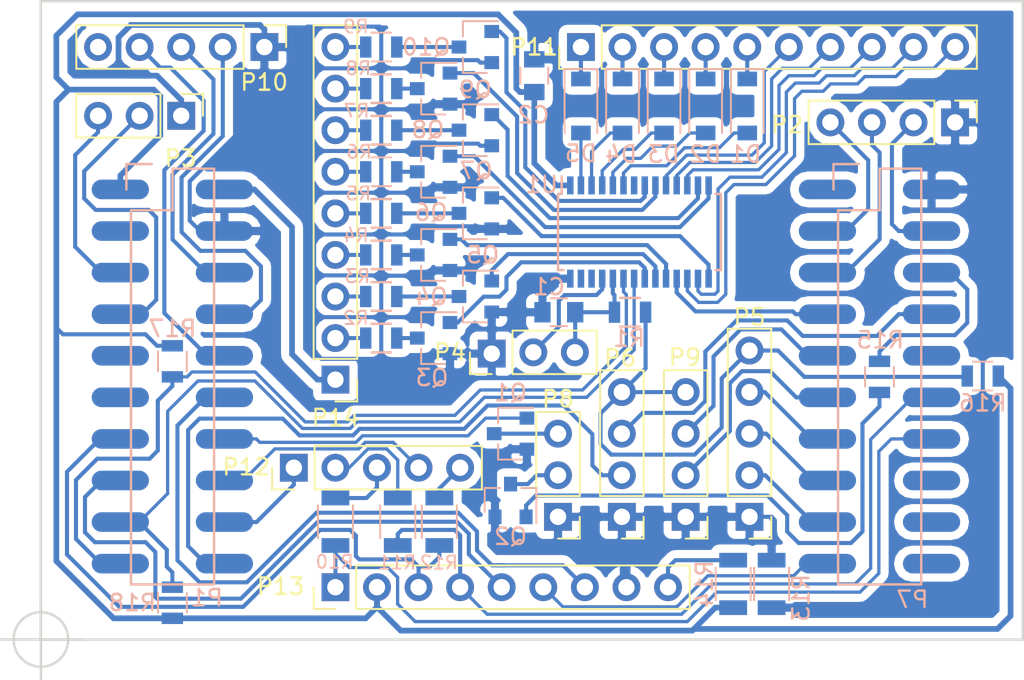
<source format=kicad_pcb>
(kicad_pcb (version 4) (host pcbnew 4.0.7)
  (title_block (title "MPG & DRO BoosterPack for TIVA C") (date 2018-04-30) (rev 1) (company "Io Engineering") (comment 1 "Terje Io") (comment 4 "Licensed under CERN OHL v.1.2 or later"))
  (layers (0 F.Cu signal) (31 B.Cu signal) (34 B.Paste user) (35 F.Paste user) (36 B.SilkS user) (37 F.SilkS user) (38 B.Mask user) (39 F.Mask user) (44 Edge.Cuts user))
  (net 0 "")
  (net 1 /PB5)
  (net 2 /PB0)
  (net 3 /PB1)
  (net 4 /PD2)
  (net 5 /PE5)
  (net 6 /PD3)
  (net 7 /PB4)
  (net 8 /PA5)
  (net 9 /PE2)
  (net 10 /PA6)
  (net 11 /PE3)
  (net 12 /PA7)
  (net 13 /PF1)
  (net 14 /PC6)
  (net 15 /PB7)
  (net 16 /PA2)
  (net 17 /PB6)
  (net 18 /PF2)
  (net 19 /PF3)
  (net 20 /PB2)
  (net 21 /PB3)
  (net 22 /PE0)
  (net 23 /PC4)
  (net 24 /PF0)
  (net 25 /PC5)
  (net 26 /RST)
  (net 27 /PC7)
  (net 28 /PD6)
  (net 29 /PA4)
  (net 30 /PD7)
  (net 31 /PA3)
  (net 32 /PF4)
  (net 33 "Net-(C1-Pad1)")
  (net 34 GND)
  (net 35 /PD0)
  (net 36 /PD1)
  (net 37 /PE4)
  (net 38 /PE1)
  (net 39 "Net-(P4-Pad2)")
  (net 40 +5V)
  (net 41 +3V3)
  (net 42 "Net-(P8-Pad2)")
  (net 43 /COL0)
  (net 44 /COL1)
  (net 45 /COL2)
  (net 46 /COL3)
  (net 47 /COL4)
  (net 48 "Net-(D1-Pad1)")
  (net 49 "Net-(D2-Pad1)")
  (net 50 "Net-(D3-Pad1)")
  (net 51 "Net-(D4-Pad1)")
  (net 52 "Net-(D5-Pad1)")
  (net 53 "Net-(P14-Pad2)")
  (net 54 "Net-(P14-Pad3)")
  (net 55 "Net-(P14-Pad4)")
  (net 56 "Net-(P14-Pad5)")
  (net 57 "Net-(P14-Pad6)")
  (net 58 "Net-(P14-Pad7)")
  (net 59 "Net-(P14-Pad8)")
  (net 60 "Net-(P14-Pad9)")
  (net 61 /LED7)
  (net 62 "Net-(Q3-Pad3)")
  (net 63 "Net-(Q4-Pad3)")
  (net 64 /LED6)
  (net 65 "Net-(Q5-Pad3)")
  (net 66 /LED5)
  (net 67 "Net-(Q6-Pad3)")
  (net 68 /LED3)
  (net 69 "Net-(Q7-Pad3)")
  (net 70 /LED2)
  (net 71 "Net-(Q8-Pad3)")
  (net 72 /LED1)
  (net 73 "Net-(Q9-Pad3)")
  (net 74 /LED0)
  (net 75 "Net-(Q10-Pad3)")
  (net 76 /ROW0)
  (net 77 /ROW1)
  (net 78 /ROW2)
  (net 79 /ROW3)
  (net 80 /ROW4)
  (net 81 /LED4)
  (net 82 "Net-(U1-Pad26)")
  (net 83 "Net-(U1-Pad27)")
  (net 84 "Net-(P8-Pad3)")
  (net 85 "Net-(P10-Pad5)")
  (net 86 "Net-(U1-Pad7)")
  (net 87 "Net-(P12-Pad2)")
  (net 88 "Net-(P12-Pad3)")
  (net 89 "Net-(P12-Pad5)")
  (net 90 "Net-(Q2-Pad1)")
  (module Pin_Headers:Pin_Header_Straight_1x05_Pitch2.54mm (layer F.Cu) (at 15.46 -10.5 90)
    (fp_text reference P12 (at 0.05 -2.91 180) (layer F.SilkS))
    (fp_text value "LCD TOUCH")
    (pad 1 thru_hole rect (at 0 0 90) (size 1.7 1.7) (drill 1) (layers *.Cu *.Mask) (net 11 /PE3))
    (pad 2 thru_hole oval (at 0 2.54 90) (size 1.7 1.7) (drill 1) (layers *.Cu *.Mask) (net 87 "Net-(P12-Pad2)"))
    (pad 3 thru_hole oval (at 0 5.08 90) (size 1.7 1.7) (drill 1) (layers *.Cu *.Mask) (net 88 "Net-(P12-Pad3)"))
    (pad 4 thru_hole oval (at 0 7.62 90) (size 1.7 1.7) (drill 1) (layers *.Cu *.Mask) (net 9 /PE2))
    (pad 5 thru_hole oval (at 0 10.16 90) (size 1.7 1.7) (drill 1) (layers *.Cu *.Mask) (net 89 "Net-(P12-Pad5)"))
  )
  (module Capacitors_SMD:C_0805 (layer B.Cu) (at 31.65 -20 180)
    (fp_text reference C1 (at 0.6 1.55 360) (layer B.SilkS) (effects (justify mirror)))
    (fp_text value 1n)
    (pad 1 smd rect (at -1 0 180) (size 1 1.25) (layers B.Cu B.Paste B.Mask) (net 33 "Net-(C1-Pad1)"))
    (pad 2 smd rect (at 1 0 180) (size 1 1.25) (layers B.Cu B.Paste B.Mask) (net 34 GND))
  )
  (module Resistors_SMD:R_0805 (layer B.Cu) (at 20.8 -18.42)
    (fp_text reference R2 (at -1.55 -1.23) (layer B.SilkS) (effects (font (size 0.8 0.8) (thickness 0.12)) (justify mirror)))
    (fp_text value R)
    (pad 1 smd rect (at -0.95 0) (size 0.7 1.3) (layers B.Cu B.Paste B.Mask) (net 53 "Net-(P14-Pad2)"))
    (pad 2 smd rect (at 0.95 0) (size 0.7 1.3) (layers B.Cu B.Paste B.Mask) (net 62 "Net-(Q3-Pad3)"))
  )
  (module Resistors_SMD:R_0805 (layer B.Cu) (at 20.8 -20.96)
    (fp_text reference R3 (at -1.45 -1.24) (layer B.SilkS) (effects (font (size 0.8 0.8) (thickness 0.12)) (justify mirror)))
    (fp_text value R)
    (pad 1 smd rect (at -0.95 0) (size 0.7 1.3) (layers B.Cu B.Paste B.Mask) (net 54 "Net-(P14-Pad3)"))
    (pad 2 smd rect (at 0.95 0) (size 0.7 1.3) (layers B.Cu B.Paste B.Mask) (net 63 "Net-(Q4-Pad3)"))
  )
  (module Resistors_SMD:R_0805 (layer B.Cu) (at 36 -20 180)
    (fp_text reference R1 (at 0.05 -1.6 180) (layer B.SilkS) (effects (justify mirror)))
    (fp_text value 47K)
    (pad 1 smd rect (at -0.95 0 180) (size 0.7 1.3) (layers B.Cu B.Paste B.Mask) (net 41 +3V3))
    (pad 2 smd rect (at 0.95 0 180) (size 0.7 1.3) (layers B.Cu B.Paste B.Mask) (net 33 "Net-(C1-Pad1)"))
  )
  (module Resistors_SMD:R_0805 (layer B.Cu) (at 20.8 -26.04)
    (fp_text reference R5 (at -1.4 -1.21) (layer B.SilkS) (effects (font (size 0.8 0.8) (thickness 0.12)) (justify mirror)))
    (fp_text value R)
    (pad 1 smd rect (at -0.95 0) (size 0.7 1.3) (layers B.Cu B.Paste B.Mask) (net 56 "Net-(P14-Pad5)"))
    (pad 2 smd rect (at 0.95 0) (size 0.7 1.3) (layers B.Cu B.Paste B.Mask) (net 67 "Net-(Q6-Pad3)"))
  )
  (module Resistors_SMD:R_0805 (layer B.Cu) (at 20.8 -23.5)
    (fp_text reference R4 (at -1.55 -1.2) (layer B.SilkS) (effects (font (size 0.8 0.8) (thickness 0.12)) (justify mirror)))
    (fp_text value R)
    (pad 1 smd rect (at -0.95 0) (size 0.7 1.3) (layers B.Cu B.Paste B.Mask) (net 55 "Net-(P14-Pad4)"))
    (pad 2 smd rect (at 0.95 0) (size 0.7 1.3) (layers B.Cu B.Paste B.Mask) (net 65 "Net-(Q5-Pad3)"))
  )
  (module Resistors_SMD:R_0805 (layer B.Cu) (at 20.8 -31.12)
    (fp_text reference R7 (at -1.5 -1.18) (layer B.SilkS) (effects (font (size 0.8 0.8) (thickness 0.12)) (justify mirror)))
    (fp_text value R)
    (pad 1 smd rect (at -0.95 0) (size 0.7 1.3) (layers B.Cu B.Paste B.Mask) (net 58 "Net-(P14-Pad7)"))
    (pad 2 smd rect (at 0.95 0) (size 0.7 1.3) (layers B.Cu B.Paste B.Mask) (net 71 "Net-(Q8-Pad3)"))
  )
  (module Resistors_SMD:R_0805 (layer B.Cu) (at 20.8 -33.66)
    (fp_text reference R8 (at -1.4 -1.24) (layer B.SilkS) (effects (font (size 0.8 0.8) (thickness 0.12)) (justify mirror)))
    (fp_text value R)
    (pad 1 smd rect (at -0.95 0) (size 0.7 1.3) (layers B.Cu B.Paste B.Mask) (net 59 "Net-(P14-Pad8)"))
    (pad 2 smd rect (at 0.95 0) (size 0.7 1.3) (layers B.Cu B.Paste B.Mask) (net 73 "Net-(Q9-Pad3)"))
  )
  (module Pin_Headers:Pin_Header_Straight_1x03_Pitch2.54mm (layer F.Cu) (at 8.58 -32 270)
    (fp_text reference P3 (at 2.6 0.03 360) (layer F.SilkS))
    (fp_text value UART)
    (pad 1 thru_hole rect (at 0 0 270) (size 1.7 1.7) (drill 1) (layers *.Cu *.Mask) (net 34 GND))
    (pad 2 thru_hole oval (at 0 2.54 270) (size 1.7 1.7) (drill 1) (layers *.Cu *.Mask) (net 3 /PB1))
    (pad 3 thru_hole oval (at 0 5.08 270) (size 1.7 1.7) (drill 1) (layers *.Cu *.Mask) (net 2 /PB0))
  )
  (module Pin_Headers:Pin_Header_Straight_1x03_Pitch2.54mm (layer F.Cu) (at 27.55 -17.55 90)
    (fp_text reference P4 (at 0 -2.55 180) (layer F.SilkS))
    (fp_text value SBW)
    (pad 1 thru_hole rect (at -0.08 0 90) (size 1.7 1.7) (drill 1) (layers *.Cu *.Mask) (net 34 GND))
    (pad 2 thru_hole oval (at 0 2.54 90) (size 1.7 1.7) (drill 1) (layers *.Cu *.Mask) (net 39 "Net-(P4-Pad2)"))
    (pad 3 thru_hole oval (at 0 5.08 90) (size 1.7 1.7) (drill 1) (layers *.Cu *.Mask) (net 33 "Net-(C1-Pad1)"))
  )
  (module Pin_Headers:Pin_Header_Straight_1x03_Pitch2.54mm (layer F.Cu) (at 31.6 -7.5 180)
    (fp_text reference P8 (at 0 7.2 180) (layer F.SilkS))
    (fp_text value Signals)
    (pad 1 thru_hole rect (at 0 0 180) (size 1.7 1.7) (drill 1) (layers *.Cu *.Mask) (net 34 GND))
    (pad 2 thru_hole oval (at 0 2.54 180) (size 1.7 1.7) (drill 1) (layers *.Cu *.Mask) (net 42 "Net-(P8-Pad2)"))
    (pad 3 thru_hole oval (at 0 5.08 180) (size 1.7 1.7) (drill 1) (layers *.Cu *.Mask) (net 84 "Net-(P8-Pad3)"))
  )
  (module IoEngineering:Socket_Strip_Straight_2x10_SMD (layer B.Cu) (at 51.24 -16.07 180)
    (fp_text reference P7 (at -2.01 -13.62 180) (layer B.SilkS) (effects (justify mirror)))
    (fp_text value J4)
    (pad 1 smd oval (at 3.18 11.43 270) (size 1.2 3.5) (layers B.Cu B.Paste B.Mask) (net 18 /PF2))
    (pad 2 smd oval (at -3.18 11.43 270) (size 1.2 3.5) (layers B.Cu B.Paste B.Mask) (net 34 GND))
    (pad 3 smd oval (at 3.18 8.89 270) (size 1.2 3.5) (layers B.Cu B.Paste B.Mask) (net 19 /PF3))
    (pad 4 smd oval (at -3.18 8.89 270) (size 1.2 3.5) (layers B.Cu B.Paste B.Mask) (net 20 /PB2))
    (pad 5 smd oval (at 3.18 6.35 270) (size 1.2 3.5) (layers B.Cu B.Paste B.Mask) (net 21 /PB3))
    (pad 6 smd oval (at -3.18 6.35 270) (size 1.2 3.5) (layers B.Cu B.Paste B.Mask) (net 22 /PE0))
    (pad 7 smd oval (at 3.18 3.81 270) (size 1.2 3.5) (layers B.Cu B.Paste B.Mask) (net 23 /PC4))
    (pad 8 smd oval (at -3.18 3.81 270) (size 1.2 3.5) (layers B.Cu B.Paste B.Mask) (net 24 /PF0))
    (pad 9 smd oval (at 3.18 1.27 270) (size 1.2 3.5) (layers B.Cu B.Paste B.Mask) (net 25 /PC5))
    (pad 10 smd oval (at -3.18 1.27 270) (size 1.2 3.5) (layers B.Cu B.Paste B.Mask) (net 26 /RST))
    (pad 11 smd oval (at 3.18 -1.27 270) (size 1.2 3.5) (layers B.Cu B.Paste B.Mask) (net 14 /PC6))
    (pad 12 smd oval (at -3.18 -1.27 270) (size 1.2 3.5) (layers B.Cu B.Paste B.Mask) (net 15 /PB7))
    (pad 13 smd oval (at 3.18 -3.81 270) (size 1.2 3.5) (layers B.Cu B.Paste B.Mask) (net 27 /PC7))
    (pad 14 smd oval (at -3.18 -3.81 270) (size 1.2 3.5) (layers B.Cu B.Paste B.Mask) (net 17 /PB6))
    (pad 15 smd oval (at 3.18 -6.35 270) (size 1.2 3.5) (layers B.Cu B.Paste B.Mask) (net 28 /PD6))
    (pad 16 smd oval (at -3.18 -6.35 270) (size 1.2 3.5) (layers B.Cu B.Paste B.Mask) (net 29 /PA4))
    (pad 17 smd oval (at 3.18 -8.89 270) (size 1.2 3.5) (layers B.Cu B.Paste B.Mask) (net 30 /PD7))
    (pad 18 smd oval (at -3.18 -8.89 270) (size 1.2 3.5) (layers B.Cu B.Paste B.Mask) (net 31 /PA3))
    (pad 19 smd oval (at 3.18 -11.43 270) (size 1.2 3.5) (layers B.Cu B.Paste B.Mask) (net 32 /PF4))
    (pad 20 smd oval (at -3.18 -11.43 270) (size 1.2 3.5) (layers B.Cu B.Paste B.Mask) (net 16 /PA2))
  )
  (module IoEngineering:Socket_Strip_Straight_2x10_SMD (layer B.Cu) (at 8.04 -16.07 180)
    (fp_text reference P1 (at -2.11 -13.52 180) (layer B.SilkS) (effects (justify mirror)))
    (fp_text value J3)
    (pad 1 smd oval (at 3.18 11.43 270) (size 1.2 3.5) (layers B.Cu B.Paste B.Mask) (net 41 +3V3))
    (pad 2 smd oval (at -3.18 11.43 270) (size 1.2 3.5) (layers B.Cu B.Paste B.Mask) (net 40 +5V))
    (pad 3 smd oval (at 3.18 8.89 270) (size 1.2 3.5) (layers B.Cu B.Paste B.Mask) (net 1 /PB5))
    (pad 4 smd oval (at -3.18 8.89 270) (size 1.2 3.5) (layers B.Cu B.Paste B.Mask) (net 34 GND))
    (pad 5 smd oval (at 3.18 6.35 270) (size 1.2 3.5) (layers B.Cu B.Paste B.Mask) (net 2 /PB0))
    (pad 6 smd oval (at -3.18 6.35 270) (size 1.2 3.5) (layers B.Cu B.Paste B.Mask) (net 35 /PD0))
    (pad 7 smd oval (at 3.18 3.81 270) (size 1.2 3.5) (layers B.Cu B.Paste B.Mask) (net 3 /PB1))
    (pad 8 smd oval (at -3.18 3.81 270) (size 1.2 3.5) (layers B.Cu B.Paste B.Mask) (net 36 /PD1))
    (pad 9 smd oval (at 3.18 1.27 270) (size 1.2 3.5) (layers B.Cu B.Paste B.Mask) (net 37 /PE4))
    (pad 10 smd oval (at -3.18 1.27 270) (size 1.2 3.5) (layers B.Cu B.Paste B.Mask) (net 4 /PD2))
    (pad 11 smd oval (at 3.18 -1.27 270) (size 1.2 3.5) (layers B.Cu B.Paste B.Mask) (net 5 /PE5))
    (pad 12 smd oval (at -3.18 -1.27 270) (size 1.2 3.5) (layers B.Cu B.Paste B.Mask) (net 6 /PD3))
    (pad 13 smd oval (at 3.18 -3.81 270) (size 1.2 3.5) (layers B.Cu B.Paste B.Mask) (net 7 /PB4))
    (pad 14 smd oval (at -3.18 -3.81 270) (size 1.2 3.5) (layers B.Cu B.Paste B.Mask) (net 38 /PE1))
    (pad 15 smd oval (at 3.18 -6.35 270) (size 1.2 3.5) (layers B.Cu B.Paste B.Mask) (net 8 /PA5))
    (pad 16 smd oval (at -3.18 -6.35 270) (size 1.2 3.5) (layers B.Cu B.Paste B.Mask) (net 9 /PE2))
    (pad 17 smd oval (at 3.18 -8.89 270) (size 1.2 3.5) (layers B.Cu B.Paste B.Mask) (net 10 /PA6))
    (pad 18 smd oval (at -3.18 -8.89 270) (size 1.2 3.5) (layers B.Cu B.Paste B.Mask) (net 11 /PE3))
    (pad 19 smd oval (at 3.18 -11.43 270) (size 1.2 3.5) (layers B.Cu B.Paste B.Mask) (net 12 /PA7))
    (pad 20 smd oval (at -3.18 -11.43 270) (size 1.2 3.5) (layers B.Cu B.Paste B.Mask) (net 13 /PF1))
  )
  (module Pin_Headers:Pin_Header_Straight_1x05_Pitch2.54mm (layer F.Cu) (at 43.3 -7.5 180)
    (fp_text reference P5 (at 0 12.2 180) (layer F.SilkS))
    (fp_text value Navigator)
    (pad 1 thru_hole rect (at 0 0 180) (size 1.7 1.7) (drill 1) (layers *.Cu *.Mask) (net 34 GND))
    (pad 2 thru_hole oval (at 0 2.54 180) (size 1.7 1.7) (drill 1) (layers *.Cu *.Mask) (net 30 /PD7))
    (pad 3 thru_hole oval (at 0 5.08 180) (size 1.7 1.7) (drill 1) (layers *.Cu *.Mask) (net 28 /PD6))
    (pad 4 thru_hole oval (at 0 7.62 180) (size 1.7 1.7) (drill 1) (layers *.Cu *.Mask) (net 27 /PC7))
    (pad 5 thru_hole oval (at 0 10.16 180) (size 1.7 1.7) (drill 1) (layers *.Cu *.Mask) (net 41 +3V3))
  )
  (module Pin_Headers:Pin_Header_Straight_1x04_Pitch2.54mm (layer F.Cu) (at 39.4 -7.5 180)
    (fp_text reference P9 (at 0.05 9.75 180) (layer F.SilkS))
    (fp_text value MPG1)
    (pad 1 thru_hole rect (at 0 0 180) (size 1.7 1.7) (drill 1) (layers *.Cu *.Mask) (net 34 GND))
    (pad 2 thru_hole oval (at 0 2.54 180) (size 1.7 1.7) (drill 1) (layers *.Cu *.Mask) (net 14 /PC6))
    (pad 3 thru_hole oval (at 0 5.08 180) (size 1.7 1.7) (drill 1) (layers *.Cu *.Mask) (net 25 /PC5))
    (pad 4 thru_hole oval (at 0 7.62 180) (size 1.7 1.7) (drill 1) (layers *.Cu *.Mask) (net 41 +3V3))
  )
  (module Pin_Headers:Pin_Header_Straight_1x05_Pitch2.54mm (layer F.Cu) (at 13.66 -36.2 270)
    (fp_text reference P10 (at 2.15 0.01 360) (layer F.SilkS))
    (fp_text value I2C)
    (pad 1 thru_hole rect (at 0 0 270) (size 1.7 1.7) (drill 1) (layers *.Cu *.Mask) (net 34 GND))
    (pad 2 thru_hole oval (at 0 2.54 270) (size 1.7 1.7) (drill 1) (layers *.Cu *.Mask) (net 36 /PD1))
    (pad 3 thru_hole oval (at 0 5.08 270) (size 1.7 1.7) (drill 1) (layers *.Cu *.Mask) (net 35 /PD0))
    (pad 4 thru_hole oval (at 0 7.62 270) (size 1.7 1.7) (drill 1) (layers *.Cu *.Mask) (net 4 /PD2))
    (pad 5 thru_hole oval (at 0 10.16 270) (size 1.7 1.7) (drill 1) (layers *.Cu *.Mask) (net 85 "Net-(P10-Pad5)"))
  )
  (module Pin_Headers:Pin_Header_Straight_1x10_Pitch2.54mm (layer F.Cu) (at 33 -36.2 90)
    (fp_text reference P11 (at 0 -2.85 180) (layer F.SilkS))
    (fp_text value KEYPAD)
    (pad 1 thru_hole rect (at 0 0 90) (size 1.7 1.7) (drill 1) (layers *.Cu *.Mask) (net 52 "Net-(D5-Pad1)"))
    (pad 2 thru_hole oval (at 0 2.54 90) (size 1.7 1.7) (drill 1) (layers *.Cu *.Mask) (net 51 "Net-(D4-Pad1)"))
    (pad 3 thru_hole oval (at 0 5.08 90) (size 1.7 1.7) (drill 1) (layers *.Cu *.Mask) (net 50 "Net-(D3-Pad1)"))
    (pad 4 thru_hole oval (at 0 7.62 90) (size 1.7 1.7) (drill 1) (layers *.Cu *.Mask) (net 49 "Net-(D2-Pad1)"))
    (pad 5 thru_hole oval (at 0 10.16 90) (size 1.7 1.7) (drill 1) (layers *.Cu *.Mask) (net 48 "Net-(D1-Pad1)"))
    (pad 6 thru_hole oval (at 0 12.7 90) (size 1.7 1.7) (drill 1) (layers *.Cu *.Mask) (net 43 /COL0))
    (pad 7 thru_hole oval (at 0 15.24 90) (size 1.7 1.7) (drill 1) (layers *.Cu *.Mask) (net 44 /COL1))
    (pad 8 thru_hole oval (at 0 17.78 90) (size 1.7 1.7) (drill 1) (layers *.Cu *.Mask) (net 45 /COL2))
    (pad 9 thru_hole oval (at 0 20.32 90) (size 1.7 1.7) (drill 1) (layers *.Cu *.Mask) (net 46 /COL3))
    (pad 10 thru_hole oval (at 0 22.86 90) (size 1.7 1.7) (drill 1) (layers *.Cu *.Mask) (net 47 /COL4))
  )
  (module Pin_Headers:Pin_Header_Straight_1x09_Pitch2.54mm (layer F.Cu) (at 18 -3.2 90)
    (fp_text reference P13 (at 0.05 -3.35 180) (layer F.SilkS))
    (fp_text value "LCD DISPLAY")
    (pad 1 thru_hole rect (at 0 0 90) (size 1.7 1.7) (drill 1) (layers *.Cu *.Mask) (net 17 /PB6))
    (pad 2 thru_hole oval (at 0 2.54 90) (size 1.7 1.7) (drill 1) (layers *.Cu *.Mask) (net 41 +3V3))
    (pad 3 thru_hole oval (at 0 5.08 90) (size 1.7 1.7) (drill 1) (layers *.Cu *.Mask) (net 7 /PB4))
    (pad 4 thru_hole oval (at 0 7.62 90) (size 1.7 1.7) (drill 1) (layers *.Cu *.Mask) (net 15 /PB7))
    (pad 5 thru_hole oval (at 0 10.16 90) (size 1.7 1.7) (drill 1) (layers *.Cu *.Mask) (net 8 /PA5))
    (pad 6 thru_hole oval (at 0 12.7 90) (size 1.7 1.7) (drill 1) (layers *.Cu *.Mask) (net 32 /PF4))
    (pad 7 thru_hole oval (at 0 15.24 90) (size 1.7 1.7) (drill 1) (layers *.Cu *.Mask) (net 6 /PD3))
    (pad 8 thru_hole oval (at 0 17.78 90) (size 1.7 1.7) (drill 1) (layers *.Cu *.Mask) (net 34 GND))
    (pad 9 thru_hole oval (at 0 20.32 90) (size 1.7 1.7) (drill 1) (layers *.Cu *.Mask) (net 41 +3V3))
  )
  (module Pin_Headers:Pin_Header_Straight_1x09_Pitch2.54mm (layer F.Cu) (at 18 -15.88 180)
    (fp_text reference P14 (at 0 -2.33 180) (layer F.SilkS))
    (fp_text value LEDS)
    (pad 1 thru_hole rect (at 0 0 180) (size 1.7 1.7) (drill 1) (layers *.Cu *.Mask) (net 40 +5V))
    (pad 2 thru_hole oval (at 0 2.54 180) (size 1.7 1.7) (drill 1) (layers *.Cu *.Mask) (net 53 "Net-(P14-Pad2)"))
    (pad 3 thru_hole oval (at 0 5.08 180) (size 1.7 1.7) (drill 1) (layers *.Cu *.Mask) (net 54 "Net-(P14-Pad3)"))
    (pad 4 thru_hole oval (at 0 7.62 180) (size 1.7 1.7) (drill 1) (layers *.Cu *.Mask) (net 55 "Net-(P14-Pad4)"))
    (pad 5 thru_hole oval (at 0 10.16 180) (size 1.7 1.7) (drill 1) (layers *.Cu *.Mask) (net 56 "Net-(P14-Pad5)"))
    (pad 6 thru_hole oval (at 0 12.7 180) (size 1.7 1.7) (drill 1) (layers *.Cu *.Mask) (net 57 "Net-(P14-Pad6)"))
    (pad 7 thru_hole oval (at 0 15.24 180) (size 1.7 1.7) (drill 1) (layers *.Cu *.Mask) (net 58 "Net-(P14-Pad7)"))
    (pad 8 thru_hole oval (at 0 17.78 180) (size 1.7 1.7) (drill 1) (layers *.Cu *.Mask) (net 59 "Net-(P14-Pad8)"))
    (pad 9 thru_hole oval (at 0 20.32 180) (size 1.7 1.7) (drill 1) (layers *.Cu *.Mask) (net 60 "Net-(P14-Pad9)"))
  )
  (module TO_SOT_Packages_SMD:SOT-23 (layer B.Cu) (at 28.7 -12.58 180)
    (fp_text reference Q1 (at 0 2.5 180) (layer B.SilkS) (effects (justify mirror)))
    (fp_text value 2N7002)
    (pad 1 smd rect (at -1 0.95 180) (size 0.9 0.8) (layers B.Cu B.Paste B.Mask) (net 38 /PE1))
    (pad 2 smd rect (at -1 -0.95 180) (size 0.9 0.8) (layers B.Cu B.Paste B.Mask) (net 34 GND))
    (pad 3 smd rect (at 1 0 180) (size 0.9 0.8) (layers B.Cu B.Paste B.Mask) (net 84 "Net-(P8-Pad3)"))
  )
  (module TO_SOT_Packages_SMD:SOT-23 (layer B.Cu) (at 28.7 -8.5 90)
    (fp_text reference Q2 (at -2.2 0 180) (layer B.SilkS) (effects (justify mirror)))
    (fp_text value 2N7002)
    (pad 1 smd rect (at -1 0.95 90) (size 0.9 0.8) (layers B.Cu B.Paste B.Mask) (net 90 "Net-(Q2-Pad1)"))
    (pad 2 smd rect (at -1 -0.95 90) (size 0.9 0.8) (layers B.Cu B.Paste B.Mask) (net 34 GND))
    (pad 3 smd rect (at 1 0 90) (size 0.9 0.8) (layers B.Cu B.Paste B.Mask) (net 42 "Net-(P8-Pad2)"))
  )
  (module TO_SOT_Packages_SMD:SOT-23 (layer B.Cu) (at 24 -18.42 180)
    (fp_text reference Q3 (at 0.1 -2.42 180) (layer B.SilkS) (effects (justify mirror)))
    (fp_text value 2N7002)
    (pad 1 smd rect (at -1 0.95 180) (size 0.9 0.8) (layers B.Cu B.Paste B.Mask) (net 61 /LED7))
    (pad 2 smd rect (at -1 -0.95 180) (size 0.9 0.8) (layers B.Cu B.Paste B.Mask) (net 34 GND))
    (pad 3 smd rect (at 1 0 180) (size 0.9 0.8) (layers B.Cu B.Paste B.Mask) (net 62 "Net-(Q3-Pad3)"))
  )
  (module TO_SOT_Packages_SMD:SOT-23 (layer B.Cu) (at 26.55 -20.96 180)
    (fp_text reference Q4 (at 2.7 -0.01 180) (layer B.SilkS) (effects (justify mirror)))
    (fp_text value 2N7002)
    (pad 1 smd rect (at -1 0.95 180) (size 0.9 0.8) (layers B.Cu B.Paste B.Mask) (net 64 /LED6))
    (pad 2 smd rect (at -1 -0.95 180) (size 0.9 0.8) (layers B.Cu B.Paste B.Mask) (net 34 GND))
    (pad 3 smd rect (at 1 0 180) (size 0.9 0.8) (layers B.Cu B.Paste B.Mask) (net 63 "Net-(Q4-Pad3)"))
  )
  (module TO_SOT_Packages_SMD:SOT-23 (layer B.Cu) (at 24 -23.5 180)
    (fp_text reference Q5 (at -3 0 180) (layer B.SilkS) (effects (justify mirror)))
    (fp_text value 2N7002)
    (pad 1 smd rect (at -1 0.95 180) (size 0.9 0.8) (layers B.Cu B.Paste B.Mask) (net 66 /LED5))
    (pad 2 smd rect (at -1 -0.95 180) (size 0.9 0.8) (layers B.Cu B.Paste B.Mask) (net 34 GND))
    (pad 3 smd rect (at 1 0 180) (size 0.9 0.8) (layers B.Cu B.Paste B.Mask) (net 65 "Net-(Q5-Pad3)"))
  )
  (module TO_SOT_Packages_SMD:SOT-23 (layer B.Cu) (at 26.55 -26.04 180)
    (fp_text reference Q6 (at 2.7 0.06 180) (layer B.SilkS) (effects (justify mirror)))
    (fp_text value 2N7002)
    (pad 1 smd rect (at -1 0.95 180) (size 0.9 0.8) (layers B.Cu B.Paste B.Mask) (net 81 /LED4))
    (pad 2 smd rect (at -1 -0.95 180) (size 0.9 0.8) (layers B.Cu B.Paste B.Mask) (net 34 GND))
    (pad 3 smd rect (at 1 0 180) (size 0.9 0.8) (layers B.Cu B.Paste B.Mask) (net 67 "Net-(Q6-Pad3)"))
  )
  (module TO_SOT_Packages_SMD:SOT-23 (layer B.Cu) (at 24 -28.58 180)
    (fp_text reference Q7 (at -2.6 0.07 180) (layer B.SilkS) (effects (justify mirror)))
    (fp_text value 2N7002)
    (pad 1 smd rect (at -1 0.95 180) (size 0.9 0.8) (layers B.Cu B.Paste B.Mask) (net 68 /LED3))
    (pad 2 smd rect (at -1 -0.95 180) (size 0.9 0.8) (layers B.Cu B.Paste B.Mask) (net 34 GND))
    (pad 3 smd rect (at 1 0 180) (size 0.9 0.8) (layers B.Cu B.Paste B.Mask) (net 69 "Net-(Q7-Pad3)"))
  )
  (module TO_SOT_Packages_SMD:SOT-23 (layer B.Cu) (at 26.55 -31.12 180)
    (fp_text reference Q8 (at 2.9 0.03 180) (layer B.SilkS) (effects (justify mirror)))
    (fp_text value 2N7002)
    (pad 1 smd rect (at -1 0.95 180) (size 0.9 0.8) (layers B.Cu B.Paste B.Mask) (net 70 /LED2))
    (pad 2 smd rect (at -1 -0.95 180) (size 0.9 0.8) (layers B.Cu B.Paste B.Mask) (net 34 GND))
    (pad 3 smd rect (at 1 0 180) (size 0.9 0.8) (layers B.Cu B.Paste B.Mask) (net 71 "Net-(Q8-Pad3)"))
  )
  (module TO_SOT_Packages_SMD:SOT-23 (layer B.Cu) (at 24 -33.66 180)
    (fp_text reference Q9 (at -2.55 -0.06 180) (layer B.SilkS) (effects (justify mirror)))
    (fp_text value 2N7002)
    (pad 1 smd rect (at -1 0.95 180) (size 0.9 0.8) (layers B.Cu B.Paste B.Mask) (net 74 /LED0))
    (pad 2 smd rect (at -1 -0.95 180) (size 0.9 0.8) (layers B.Cu B.Paste B.Mask) (net 34 GND))
    (pad 3 smd rect (at 1 0 180) (size 0.9 0.8) (layers B.Cu B.Paste B.Mask) (net 73 "Net-(Q9-Pad3)"))
  )
  (module TO_SOT_Packages_SMD:SOT-23 (layer B.Cu) (at 26.55 -36.2 180)
    (fp_text reference Q10 (at 3 0 180) (layer B.SilkS) (effects (justify mirror)))
    (fp_text value 2N7002)
    (pad 1 smd rect (at -1 0.95 180) (size 0.9 0.8) (layers B.Cu B.Paste B.Mask) (net 72 /LED1))
    (pad 2 smd rect (at -1 -0.95 180) (size 0.9 0.8) (layers B.Cu B.Paste B.Mask) (net 34 GND))
    (pad 3 smd rect (at 1 0 180) (size 0.9 0.8) (layers B.Cu B.Paste B.Mask) (net 75 "Net-(Q10-Pad3)"))
  )
  (module Resistors_SMD:R_0805 (layer B.Cu) (at 20.8 -28.58)
    (fp_text reference R6 (at -1.35 -1.22) (layer B.SilkS) (effects (font (size 0.8 0.8) (thickness 0.12)) (justify mirror)))
    (fp_text value R)
    (pad 1 smd rect (at -0.95 0) (size 0.7 1.3) (layers B.Cu B.Paste B.Mask) (net 57 "Net-(P14-Pad6)"))
    (pad 2 smd rect (at 0.95 0) (size 0.7 1.3) (layers B.Cu B.Paste B.Mask) (net 69 "Net-(Q7-Pad3)"))
  )
  (module Resistors_SMD:R_0805 (layer B.Cu) (at 20.8 -36.2)
    (fp_text reference R9 (at -1.55 -1.25) (layer B.SilkS) (effects (font (size 0.8 0.8) (thickness 0.12)) (justify mirror)))
    (fp_text value R)
    (pad 1 smd rect (at -0.95 0) (size 0.7 1.3) (layers B.Cu B.Paste B.Mask) (net 60 "Net-(P14-Pad9)"))
    (pad 2 smd rect (at 0.95 0) (size 0.7 1.3) (layers B.Cu B.Paste B.Mask) (net 75 "Net-(Q10-Pad3)"))
  )
  (module Housings_SSOP:TSSOP-28_4.4x9.7mm_Pitch0.65mm (layer B.Cu) (at 36.575 -24.9 270)
    (fp_text reference U1 (at -2.9 5.975 360) (layer B.SilkS) (effects (justify mirror)))
    (fp_text value MSP430G2553-28)
    (pad 1 smd rect (at -2.85 4.225 270) (size 1.1 0.4) (layers B.Cu B.Paste B.Mask) (net 41 +3V3))
    (pad 2 smd rect (at -2.85 3.575 270) (size 1.1 0.4) (layers B.Cu B.Paste B.Mask) (net 76 /ROW0))
    (pad 3 smd rect (at -2.85 2.925 270) (size 1.1 0.4) (layers B.Cu B.Paste B.Mask) (net 77 /ROW1))
    (pad 4 smd rect (at -2.85 2.275 270) (size 1.1 0.4) (layers B.Cu B.Paste B.Mask) (net 78 /ROW2))
    (pad 5 smd rect (at -2.85 1.625 270) (size 1.1 0.4) (layers B.Cu B.Paste B.Mask) (net 79 /ROW3))
    (pad 6 smd rect (at -2.85 0.975 270) (size 1.1 0.4) (layers B.Cu B.Paste B.Mask) (net 80 /ROW4))
    (pad 7 smd rect (at -2.85 0.325 270) (size 1.1 0.4) (layers B.Cu B.Paste B.Mask) (net 86 "Net-(U1-Pad7)"))
    (pad 8 smd rect (at -2.85 -0.325 270) (size 1.1 0.4) (layers B.Cu B.Paste B.Mask) (net 72 /LED1))
    (pad 9 smd rect (at -2.85 -0.975 270) (size 1.1 0.4) (layers B.Cu B.Paste B.Mask) (net 74 /LED0))
    (pad 10 smd rect (at -2.85 -1.625 270) (size 1.1 0.4) (layers B.Cu B.Paste B.Mask) (net 43 /COL0))
    (pad 11 smd rect (at -2.85 -2.275 270) (size 1.1 0.4) (layers B.Cu B.Paste B.Mask) (net 44 /COL1))
    (pad 12 smd rect (at -2.85 -2.925 270) (size 1.1 0.4) (layers B.Cu B.Paste B.Mask) (net 45 /COL2))
    (pad 13 smd rect (at -2.85 -3.575 270) (size 1.1 0.4) (layers B.Cu B.Paste B.Mask) (net 70 /LED2))
    (pad 14 smd rect (at -2.85 -4.225 270) (size 1.1 0.4) (layers B.Cu B.Paste B.Mask) (net 68 /LED3))
    (pad 15 smd rect (at 2.85 -4.225 270) (size 1.1 0.4) (layers B.Cu B.Paste B.Mask) (net 81 /LED4))
    (pad 16 smd rect (at 2.85 -3.575 270) (size 1.1 0.4) (layers B.Cu B.Paste B.Mask) (net 46 /COL3))
    (pad 17 smd rect (at 2.85 -2.925 270) (size 1.1 0.4) (layers B.Cu B.Paste B.Mask) (net 47 /COL4))
    (pad 18 smd rect (at 2.85 -2.275 270) (size 1.1 0.4) (layers B.Cu B.Paste B.Mask) (net 23 /PC4))
    (pad 19 smd rect (at 2.85 -1.625 270) (size 1.1 0.4) (layers B.Cu B.Paste B.Mask) (net 66 /LED5))
    (pad 20 smd rect (at 2.85 -0.975 270) (size 1.1 0.4) (layers B.Cu B.Paste B.Mask) (net 64 /LED6))
    (pad 21 smd rect (at 2.85 -0.325 270) (size 1.1 0.4) (layers B.Cu B.Paste B.Mask) (net 61 /LED7))
    (pad 22 smd rect (at 2.85 0.325 270) (size 1.1 0.4) (layers B.Cu B.Paste B.Mask) (net 10 /PA6))
    (pad 23 smd rect (at 2.85 0.975 270) (size 1.1 0.4) (layers B.Cu B.Paste B.Mask) (net 12 /PA7))
    (pad 24 smd rect (at 2.85 1.625 270) (size 1.1 0.4) (layers B.Cu B.Paste B.Mask) (net 33 "Net-(C1-Pad1)"))
    (pad 25 smd rect (at 2.85 2.275 270) (size 1.1 0.4) (layers B.Cu B.Paste B.Mask) (net 39 "Net-(P4-Pad2)"))
    (pad 26 smd rect (at 2.85 2.925 270) (size 1.1 0.4) (layers B.Cu B.Paste B.Mask) (net 82 "Net-(U1-Pad26)"))
    (pad 27 smd rect (at 2.85 3.575 270) (size 1.1 0.4) (layers B.Cu B.Paste B.Mask) (net 83 "Net-(U1-Pad27)"))
    (pad 28 smd rect (at 2.85 4.225 270) (size 1.1 0.4) (layers B.Cu B.Paste B.Mask) (net 34 GND))
  )
  (module Pin_Headers:Pin_Header_Straight_1x04_Pitch2.54mm (layer F.Cu) (at 35.5 -7.5 180)
    (fp_text reference P6 (at 0.1 9.7 180) (layer F.SilkS))
    (fp_text value MPG0)
    (pad 1 thru_hole rect (at 0 0 180) (size 1.7 1.7) (drill 1) (layers *.Cu *.Mask) (net 34 GND))
    (pad 2 thru_hole oval (at 0 2.54 180) (size 1.7 1.7) (drill 1) (layers *.Cu *.Mask) (net 13 /PF1))
    (pad 3 thru_hole oval (at 0 5.08 180) (size 1.7 1.7) (drill 1) (layers *.Cu *.Mask) (net 24 /PF0))
    (pad 4 thru_hole oval (at 0 7.62 180) (size 1.7 1.7) (drill 1) (layers *.Cu *.Mask) (net 41 +3V3))
  )
  (module Diodes_SMD:D_SOD-123 (layer B.Cu) (at 43.16 -32.6 270)
    (fp_text reference D1 (at 2.95 0.11 360) (layer B.SilkS) (effects (justify mirror)))
    (fp_text value D)
    (pad 1 smd rect (at -1.65 0 270) (size 0.9 1.2) (layers B.Cu B.Paste B.Mask) (net 48 "Net-(D1-Pad1)"))
    (pad 2 smd rect (at 1.65 0 270) (size 0.9 1.2) (layers B.Cu B.Paste B.Mask) (net 80 /ROW4))
  )
  (module Diodes_SMD:D_SOD-123 (layer B.Cu) (at 40.62 -32.6 270)
    (fp_text reference D2 (at 2.95 0.02 360) (layer B.SilkS) (effects (justify mirror)))
    (fp_text value D)
    (pad 1 smd rect (at -1.65 0 270) (size 0.9 1.2) (layers B.Cu B.Paste B.Mask) (net 49 "Net-(D2-Pad1)"))
    (pad 2 smd rect (at 1.65 0 270) (size 0.9 1.2) (layers B.Cu B.Paste B.Mask) (net 79 /ROW3))
  )
  (module Diodes_SMD:D_SOD-123 (layer B.Cu) (at 38.08 -32.6 270)
    (fp_text reference D3 (at 2.95 0.03 360) (layer B.SilkS) (effects (justify mirror)))
    (fp_text value D)
    (pad 1 smd rect (at -1.65 0 270) (size 0.9 1.2) (layers B.Cu B.Paste B.Mask) (net 50 "Net-(D3-Pad1)"))
    (pad 2 smd rect (at 1.65 0 270) (size 0.9 1.2) (layers B.Cu B.Paste B.Mask) (net 78 /ROW2))
  )
  (module Diodes_SMD:D_SOD-123 (layer B.Cu) (at 35.54 -32.6 270)
    (fp_text reference D4 (at 2.95 0.09 360) (layer B.SilkS) (effects (justify mirror)))
    (fp_text value D)
    (pad 1 smd rect (at -1.65 0 270) (size 0.9 1.2) (layers B.Cu B.Paste B.Mask) (net 51 "Net-(D4-Pad1)"))
    (pad 2 smd rect (at 1.65 0 270) (size 0.9 1.2) (layers B.Cu B.Paste B.Mask) (net 77 /ROW1))
  )
  (module Diodes_SMD:D_SOD-123 (layer B.Cu) (at 33 -32.6 270)
    (fp_text reference D5 (at 2.9 0 360) (layer B.SilkS) (effects (justify mirror)))
    (fp_text value D)
    (pad 1 smd rect (at -1.65 0 270) (size 0.9 1.2) (layers B.Cu B.Paste B.Mask) (net 52 "Net-(D5-Pad1)"))
    (pad 2 smd rect (at 1.65 0 270) (size 0.9 1.2) (layers B.Cu B.Paste B.Mask) (net 76 /ROW0))
  )
  (module Resistors_SMD:R_1206 (layer B.Cu) (at 18 -7.2 270)
    (fp_text reference R10 (at 2.45 0.05 360) (layer B.SilkS) (effects (font (size 0.8 0.8) (thickness 0.12)) (justify mirror)))
    (fp_text value 0R)
    (pad 1 smd rect (at -1.45 0 270) (size 0.9 1.7) (layers B.Cu B.Paste B.Mask) (net 88 "Net-(P12-Pad3)"))
    (pad 2 smd rect (at 1.45 0 270) (size 0.9 1.7) (layers B.Cu B.Paste B.Mask) (net 17 /PB6))
  )
  (module Resistors_SMD:R_1206 (layer B.Cu) (at 21.81 -7.2 270)
    (fp_text reference R11 (at 2.5 0.04 360) (layer B.SilkS) (effects (font (size 0.8 0.8) (thickness 0.12)) (justify mirror)))
    (fp_text value 0R)
    (pad 1 smd rect (at -1.45 0 270) (size 0.9 1.7) (layers B.Cu B.Paste B.Mask) (net 87 "Net-(P12-Pad2)"))
    (pad 2 smd rect (at 1.45 0 270) (size 0.9 1.7) (layers B.Cu B.Paste B.Mask) (net 15 /PB7))
  )
  (module Resistors_SMD:R_1206 (layer B.Cu) (at 24.35 -7.2 270)
    (fp_text reference R12 (at 2.5 0.03 360) (layer B.SilkS) (effects (font (size 0.8 0.8) (thickness 0.12)) (justify mirror)))
    (fp_text value 0R)
    (pad 1 smd rect (at -1.45 0 270) (size 0.9 1.7) (layers B.Cu B.Paste B.Mask) (net 89 "Net-(P12-Pad5)"))
    (pad 2 smd rect (at 1.45 0 270) (size 0.9 1.7) (layers B.Cu B.Paste B.Mask) (net 7 /PB4))
  )
  (module Resistors_SMD:R_1206 (layer B.Cu) (at 44.65 -3.4 270)
    (fp_text reference R13 (at 0.85 -1.8 270) (layer B.SilkS) (effects (justify mirror)))
    (fp_text value 0R)
    (pad 1 smd rect (at -1.45 0 270) (size 0.9 1.7) (layers B.Cu B.Paste B.Mask) (net 34 GND))
    (pad 2 smd rect (at 1.45 0 270) (size 0.9 1.7) (layers B.Cu B.Paste B.Mask) (net 34 GND))
  )
  (module Resistors_SMD:R_1206 (layer B.Cu) (at 42.3 -3.4 90)
    (fp_text reference R14 (at 0 -1.75 90) (layer B.SilkS) (effects (justify mirror)))
    (fp_text value 0R)
    (pad 1 smd rect (at -1.45 0 90) (size 0.9 1.7) (layers B.Cu B.Paste B.Mask) (net 41 +3V3))
    (pad 2 smd rect (at 1.45 0 90) (size 0.9 1.7) (layers B.Cu B.Paste B.Mask) (net 41 +3V3))
  )
  (module Resistors_SMD:R_0805 (layer B.Cu) (at 51.24 -16.05 90)
    (fp_text reference R15 (at 2.25 0.05 180) (layer B.SilkS) (effects (justify mirror)))
    (fp_text value 0R)
    (pad 1 smd rect (at -0.95 0 90) (size 0.7 1.3) (layers B.Cu B.Paste B.Mask) (net 90 "Net-(Q2-Pad1)"))
    (pad 2 smd rect (at 0.95 0 90) (size 0.7 1.3) (layers B.Cu B.Paste B.Mask) (net 22 /PE0))
  )
  (module Resistors_SMD:R_0805 (layer B.Cu) (at 57.55 -16.1)
    (fp_text reference R16 (at 0 1.65) (layer B.SilkS) (effects (justify mirror)))
    (fp_text value 0R)
    (pad 1 smd rect (at -0.95 0) (size 0.7 1.3) (layers B.Cu B.Paste B.Mask) (net 41 +3V3))
    (pad 2 smd rect (at 0.95 0) (size 0.7 1.3) (layers B.Cu B.Paste B.Mask) (net 41 +3V3))
  )
  (module Pin_Headers:Pin_Header_Straight_1x04_Pitch2.54mm (layer F.Cu) (at 55.86 -31.6 270)
    (fp_text reference P2 (at 0.15 10.26 360) (layer F.SilkS))
    (fp_text value GPIO)
    (pad 1 thru_hole rect (at 0 0 270) (size 1.7 1.7) (drill 1) (layers *.Cu *.Mask) (net 34 GND))
    (pad 2 thru_hole oval (at 0 2.54 270) (size 1.7 1.7) (drill 1) (layers *.Cu *.Mask) (net 20 /PB2))
    (pad 3 thru_hole oval (at 0 5.08 270) (size 1.7 1.7) (drill 1) (layers *.Cu *.Mask) (net 21 /PB3))
    (pad 4 thru_hole oval (at 0 7.62 270) (size 1.7 1.7) (drill 1) (layers *.Cu *.Mask) (net 19 /PF3))
  )
  (module Capacitors_SMD:C_0805 (layer B.Cu) (at 30.15 -34.45 90)
    (fp_text reference C2 (at -2.4 -0.05 180) (layer B.SilkS) (effects (justify mirror)))
    (fp_text value 100n)
    (pad 1 smd rect (at -1 0 90) (size 1 1.25) (layers B.Cu B.Paste B.Mask) (net 41 +3V3))
    (pad 2 smd rect (at 1 0 90) (size 1 1.25) (layers B.Cu B.Paste B.Mask) (net 34 GND))
  )
  (module Resistors_SMD:R_0805 (layer B.Cu) (at 8.04 -17 270)
    (fp_text reference R17 (at -2 -0.01 360) (layer B.SilkS) (effects (justify mirror)))
    (fp_text value 47K)
    (pad 1 smd rect (at -0.95 0 270) (size 0.7 1.3) (layers B.Cu B.Paste B.Mask) (net 41 +3V3))
    (pad 2 smd rect (at 0.95 0 270) (size 0.7 1.3) (layers B.Cu B.Paste B.Mask) (net 12 /PA7))
  )
  (module Resistors_SMD:R_0805 (layer B.Cu) (at 8.04 -2.25 90)
    (fp_text reference R18 (at 0 -2.44 180) (layer B.SilkS) (effects (justify mirror)))
    (fp_text value 47K)
    (pad 1 smd rect (at -0.95 0 90) (size 0.7 1.3) (layers B.Cu B.Paste B.Mask) (net 41 +3V3))
    (pad 2 smd rect (at 0.95 0 90) (size 0.7 1.3) (layers B.Cu B.Paste B.Mask) (net 10 /PA6))
  )
  (target plus (at 0.008337 -0.008498) (size 5) (width 0.15) (layer Edge.Cuts))
  (gr_line (start 0 -39) (end 0 0) (layer Edge.Cuts) (width 0.15))
  (gr_line (start 60 -39) (end 0 -39) (layer Edge.Cuts) (width 0.15))
  (gr_line (start 60 0) (end 60 -39) (layer Edge.Cuts) (width 0.15))
  (gr_line (start 0 0) (end 60 0) (layer Edge.Cuts) (width 0.15))
  (segment (start 3.5 -32) (end 3.5 -31) (width 0.25) (layer B.Cu) (net 2))
  (segment (start 3.5 -31) (end 2.1 -29.6) (width 0.25) (layer B.Cu) (net 2))
  (segment (start 2.1 -29.6) (end 2.1 -24) (width 0.25) (layer B.Cu) (net 2))
  (segment (start 2.1 -24) (end 3.68 -22.42) (width 0.25) (layer B.Cu) (net 2))
  (segment (start 3.68 -22.42) (end 4.86 -22.42) (width 0.25) (layer B.Cu) (net 2))
  (segment (start 4.86 -19.88) (end 6.18 -19.88) (width 0.25) (layer B.Cu) (net 3))
  (segment (start 6.18 -19.88) (end 7.05 -20.75) (width 0.25) (layer B.Cu) (net 3))
  (segment (start 7.05 -20.75) (end 7.05 -25.8) (width 0.25) (layer B.Cu) (net 3))
  (segment (start 7.05 -25.8) (end 6.6 -26.25) (width 0.25) (layer B.Cu) (net 3))
  (segment (start 6.6 -26.25) (end 3.35 -26.25) (width 0.25) (layer B.Cu) (net 3))
  (segment (start 3.35 -26.25) (end 2.65 -26.95) (width 0.25) (layer B.Cu) (net 3))
  (segment (start 2.65 -26.95) (end 2.65 -28.61) (width 0.25) (layer B.Cu) (net 3))
  (segment (start 2.65 -28.61) (end 6.04 -32) (width 0.25) (layer B.Cu) (net 3))
  (segment (start 6.04 -36.2) (end 7.29 -34.95) (width 0.25) (layer B.Cu) (net 4))
  (segment (start 7.29 -34.95) (end 7.915002 -34.95) (width 0.25) (layer B.Cu) (net 4))
  (segment (start 7.55 -19.95) (end 10.16 -17.34) (width 0.25) (layer B.Cu) (net 4))
  (segment (start 7.915002 -34.95) (end 9.95 -32.915002) (width 0.25) (layer B.Cu) (net 4))
  (segment (start 9.95 -32.915002) (end 9.95 -31.084998) (width 0.25) (layer B.Cu) (net 4))
  (segment (start 9.95 -31.084998) (end 7.55 -28.684998) (width 0.25) (layer B.Cu) (net 4))
  (segment (start 7.55 -28.684998) (end 7.55 -19.95) (width 0.25) (layer B.Cu) (net 4))
  (segment (start 10.16 -17.34) (end 11.22 -17.34) (width 0.25) (layer B.Cu) (net 4))
  (segment (start 11.22 -14.8) (end 10.07 -14.8) (width 0.25) (layer B.Cu) (net 6))
  (segment (start 10.07 -14.8) (end 8.35 -13.08) (width 0.25) (layer B.Cu) (net 6))
  (segment (start 8.35 -13.08) (end 8.35 -4.85) (width 0.25) (layer B.Cu) (net 6))
  (segment (start 8.35 -4.85) (end 9.7 -3.5) (width 0.25) (layer B.Cu) (net 6))
  (segment (start 9.7 -3.5) (end 12.592176 -3.5) (width 0.25) (layer B.Cu) (net 6))
  (segment (start 12.592176 -3.5) (end 16.842176 -7.75) (width 0.25) (layer B.Cu) (net 6))
  (segment (start 16.842176 -7.75) (end 25.507824 -7.75) (width 0.25) (layer B.Cu) (net 6))
  (segment (start 25.507824 -7.75) (end 26.65 -6.607824) (width 0.25) (layer B.Cu) (net 6))
  (segment (start 26.65 -6.607824) (end 26.65 -5.45) (width 0.25) (layer B.Cu) (net 6))
  (segment (start 26.65 -5.45) (end 27.56 -4.54) (width 0.25) (layer B.Cu) (net 6))
  (segment (start 27.56 -4.54) (end 28.3 -4.54) (width 0.25) (layer B.Cu) (net 6))
  (segment (start 27.81 -4.54) (end 28.3 -4.54) (width 0.25) (layer B.Cu) (net 6))
  (segment (start 28.3 -4.54) (end 31.9 -4.54) (width 0.25) (layer B.Cu) (net 6))
  (segment (start 31.9 -4.54) (end 32.390001 -4.049999) (width 0.25) (layer B.Cu) (net 6))
  (segment (start 32.390001 -4.049999) (end 33.24 -3.2) (width 0.25) (layer B.Cu) (net 6))
  (segment (start 11.22 -14.8) (end 12.37 -14.8) (width 0.25) (layer B.Cu) (net 6))
  (segment (start 23.08 -4.45) (end 23.75 -4.45) (width 0.25) (layer B.Cu) (net 7))
  (segment (start 23.75 -4.45) (end 24.35 -5.05) (width 0.25) (layer B.Cu) (net 7))
  (segment (start 24.35 -5.05) (end 24.35 -5.75) (width 0.25) (layer B.Cu) (net 7))
  (segment (start 4.86 -12.26) (end 3.61 -12.26) (width 0.25) (layer B.Cu) (net 7))
  (segment (start 3.61 -12.26) (end 1.6 -10.25) (width 0.25) (layer B.Cu) (net 7))
  (segment (start 17.064998 -6.7) (end 18.9 -6.7) (width 0.25) (layer B.Cu) (net 7))
  (segment (start 1.6 -10.25) (end 1.6 -5.2) (width 0.25) (layer B.Cu) (net 7))
  (segment (start 4.8 -2) (end 12.364998 -2) (width 0.25) (layer B.Cu) (net 7))
  (segment (start 1.6 -5.2) (end 4.8 -2) (width 0.25) (layer B.Cu) (net 7))
  (segment (start 12.364998 -2) (end 17.064998 -6.7) (width 0.25) (layer B.Cu) (net 7))
  (segment (start 18.9 -6.7) (end 19.25 -6.35) (width 0.25) (layer B.Cu) (net 7))
  (segment (start 19.25 -6.35) (end 19.25 -5.1) (width 0.25) (layer B.Cu) (net 7))
  (segment (start 19.25 -5.1) (end 19.45 -4.9) (width 0.25) (layer B.Cu) (net 7))
  (segment (start 19.45 -4.9) (end 22.63 -4.9) (width 0.25) (layer B.Cu) (net 7))
  (segment (start 22.63 -4.9) (end 23.08 -4.45) (width 0.25) (layer B.Cu) (net 7))
  (segment (start 23.08 -4.45) (end 23.08 -3.2) (width 0.25) (layer B.Cu) (net 7))
  (segment (start 3.71 -12.26) (end 4.86 -12.26) (width 0.25) (layer B.Cu) (net 7))
  (segment (start 4.86 -9.72) (end 3.71 -9.72) (width 0.25) (layer B.Cu) (net 8))
  (segment (start 3.71 -9.72) (end 2.7 -8.71) (width 0.25) (layer B.Cu) (net 8))
  (segment (start 7 -2.6) (end 7.1 -2.5) (width 0.25) (layer B.Cu) (net 8))
  (segment (start 2.7 -8.71) (end 2.7 -6.55) (width 0.25) (layer B.Cu) (net 8))
  (segment (start 2.7 -6.55) (end 3.3 -5.95) (width 0.25) (layer B.Cu) (net 8))
  (segment (start 3.3 -5.95) (end 6.4 -5.95) (width 0.25) (layer B.Cu) (net 8))
  (segment (start 6.4 -5.95) (end 7 -5.35) (width 0.25) (layer B.Cu) (net 8))
  (segment (start 7 -5.35) (end 7 -2.6) (width 0.25) (layer B.Cu) (net 8))
  (segment (start 7.1 -2.5) (end 12.228587 -2.5) (width 0.25) (layer B.Cu) (net 8))
  (segment (start 12.228587 -2.5) (end 16.928587 -7.2) (width 0.25) (layer B.Cu) (net 8))
  (segment (start 16.928587 -7.2) (end 25.421413 -7.2) (width 0.25) (layer B.Cu) (net 8))
  (segment (start 25.421413 -7.2) (end 26.15 -6.471413) (width 0.25) (layer B.Cu) (net 8))
  (segment (start 26.15 -6.471413) (end 26.15 -5.21) (width 0.25) (layer B.Cu) (net 8))
  (segment (start 26.15 -5.21) (end 28.16 -3.2) (width 0.25) (layer B.Cu) (net 8))
  (segment (start 23.08 -10.5) (end 21.529988 -12.050012) (width 0.2) (layer B.Cu) (net 9))
  (segment (start 14.300001 -11.650001) (end 12.37 -9.72) (width 0.2) (layer B.Cu) (net 9))
  (segment (start 19.4223 -11.650001) (end 14.300001 -11.650001) (width 0.2) (layer B.Cu) (net 9))
  (segment (start 19.82231 -12.050011) (end 19.4223 -11.650001) (width 0.2) (layer B.Cu) (net 9))
  (segment (start 21.529988 -12.050012) (end 19.82231 -12.050011) (width 0.2) (layer B.Cu) (net 9))
  (segment (start 12.37 -9.72) (end 11.22 -9.72) (width 0.25) (layer B.Cu) (net 9))
  (segment (start 6.01 -7.18) (end 7.75 -8.92) (width 0.2) (layer B.Cu) (net 10))
  (segment (start 7.75 -8.92) (end 7.75 -13.95) (width 0.2) (layer B.Cu) (net 10))
  (segment (start 7.75 -13.95) (end 9.6 -15.8) (width 0.2) (layer B.Cu) (net 10))
  (segment (start 9.6 -15.8) (end 13.0843 -15.8) (width 0.2) (layer B.Cu) (net 10))
  (segment (start 27.1 -14.8) (end 33.35 -14.8) (width 0.2) (layer B.Cu) (net 10))
  (segment (start 13.0843 -15.8) (end 15.984266 -12.900034) (width 0.2) (layer B.Cu) (net 10))
  (segment (start 15.984266 -12.900034) (end 18.90452 -12.900033) (width 0.2) (layer B.Cu) (net 10))
  (segment (start 18.90452 -12.900033) (end 19.304528 -13.300041) (width 0.2) (layer B.Cu) (net 10))
  (segment (start 19.304528 -13.300041) (end 25.600041 -13.300041) (width 0.2) (layer B.Cu) (net 10))
  (segment (start 36.25 -21.3) (end 36.25 -22.05) (width 0.2) (layer B.Cu) (net 10))
  (segment (start 25.600041 -13.300041) (end 27.1 -14.8) (width 0.2) (layer B.Cu) (net 10))
  (segment (start 33.35 -14.8) (end 36.25 -17.7) (width 0.2) (layer B.Cu) (net 10))
  (segment (start 36.25 -17.7) (end 36.25 -21.3) (width 0.2) (layer B.Cu) (net 10))
  (segment (start 8.04 -3.2) (end 8.04 -4.11) (width 0.25) (layer B.Cu) (net 10))
  (segment (start 8.04 -4.11) (end 7.7 -4.45) (width 0.25) (layer B.Cu) (net 10))
  (segment (start 7.7 -4.45) (end 7.7 -5.49) (width 0.25) (layer B.Cu) (net 10))
  (segment (start 7.7 -5.49) (end 6.01 -7.18) (width 0.25) (layer B.Cu) (net 10))
  (segment (start 6.01 -7.18) (end 4.86 -7.18) (width 0.25) (layer B.Cu) (net 10))
  (segment (start 15.46 -10.5) (end 15.46 -9.46) (width 0.25) (layer B.Cu) (net 11))
  (segment (start 15.46 -9.46) (end 13.18 -7.18) (width 0.25) (layer B.Cu) (net 11))
  (segment (start 13.18 -7.18) (end 11.22 -7.18) (width 0.25) (layer B.Cu) (net 11))
  (segment (start 11.22 -7.18) (end 10.07 -7.18) (width 0.25) (layer B.Cu) (net 11))
  (segment (start 35.6 -22.05) (end 35.6 -21.25) (width 0.2) (layer B.Cu) (net 12))
  (segment (start 35.6 -21.25) (end 35.775001 -21.074999) (width 0.2) (layer B.Cu) (net 12))
  (segment (start 35.775001 -21.074999) (end 35.775001 -17.925001) (width 0.2) (layer B.Cu) (net 12))
  (segment (start 35.775001 -17.925001) (end 33.1 -15.25) (width 0.2) (layer B.Cu) (net 12))
  (segment (start 33.1 -15.25) (end 26.85 -15.25) (width 0.2) (layer B.Cu) (net 12))
  (segment (start 26.85 -15.25) (end 25.300052 -13.700052) (width 0.2) (layer B.Cu) (net 12))
  (segment (start 8.94 -16.05) (end 8.04 -16.05) (width 0.2) (layer B.Cu) (net 12))
  (segment (start 25.300052 -13.700052) (end 19.138839 -13.700052) (width 0.2) (layer B.Cu) (net 12))
  (segment (start 19.138839 -13.700052) (end 18.73883 -13.300043) (width 0.2) (layer B.Cu) (net 12))
  (segment (start 18.73883 -13.300043) (end 16.149956 -13.300044) (width 0.2) (layer B.Cu) (net 12))
  (segment (start 16.149956 -13.300044) (end 13.1 -16.35) (width 0.2) (layer B.Cu) (net 12))
  (segment (start 13.1 -16.35) (end 9.24 -16.35) (width 0.2) (layer B.Cu) (net 12))
  (segment (start 9.24 -16.35) (end 8.94 -16.05) (width 0.2) (layer B.Cu) (net 12))
  (segment (start 8.04 -16.05) (end 8.04 -15.49) (width 0.25) (layer B.Cu) (net 12))
  (segment (start 8.04 -15.49) (end 7.15 -14.6) (width 0.25) (layer B.Cu) (net 12))
  (segment (start 7.15 -14.6) (end 7.15 -11.55) (width 0.25) (layer B.Cu) (net 12))
  (segment (start 7.15 -11.55) (end 6.65 -11.05) (width 0.25) (layer B.Cu) (net 12))
  (segment (start 6.65 -11.05) (end 3.45 -11.05) (width 0.25) (layer B.Cu) (net 12))
  (segment (start 3.45 -11.05) (end 2.15 -9.75) (width 0.25) (layer B.Cu) (net 12))
  (segment (start 2.15 -9.75) (end 2.15 -6.15) (width 0.25) (layer B.Cu) (net 12))
  (segment (start 2.15 -6.15) (end 3.66 -4.64) (width 0.25) (layer B.Cu) (net 12))
  (segment (start 3.66 -4.64) (end 4.86 -4.64) (width 0.25) (layer B.Cu) (net 12))
  (segment (start 11.22 -4.64) (end 10.07 -4.64) (width 0.25) (layer B.Cu) (net 13))
  (segment (start 10.07 -4.64) (end 9 -5.71) (width 0.25) (layer B.Cu) (net 13))
  (segment (start 9 -5.71) (end 9 -12.8) (width 0.25) (layer B.Cu) (net 13))
  (segment (start 9 -12.8) (end 9.7 -13.5) (width 0.25) (layer B.Cu) (net 13))
  (segment (start 19.080566 -12.475023) (end 19.480573 -12.87503) (width 0.25) (layer B.Cu) (net 13))
  (segment (start 9.7 -13.5) (end 14.783244 -13.5) (width 0.25) (layer B.Cu) (net 13))
  (segment (start 14.783244 -13.5) (end 15.808221 -12.475023) (width 0.25) (layer B.Cu) (net 13))
  (segment (start 15.808221 -12.475023) (end 19.080566 -12.475023) (width 0.25) (layer B.Cu) (net 13))
  (segment (start 19.480573 -12.87503) (end 25.87503 -12.87503) (width 0.25) (layer B.Cu) (net 13))
  (segment (start 25.87503 -12.87503) (end 27.3 -14.3) (width 0.25) (layer B.Cu) (net 13))
  (segment (start 27.3 -14.3) (end 31.95 -14.3) (width 0.25) (layer B.Cu) (net 13))
  (segment (start 31.95 -14.3) (end 33.7 -12.55) (width 0.25) (layer B.Cu) (net 13))
  (segment (start 33.7 -12.55) (end 33.7 -10.637919) (width 0.25) (layer B.Cu) (net 13))
  (segment (start 33.7 -10.637919) (end 34.297919 -10.04) (width 0.25) (layer B.Cu) (net 13))
  (segment (start 34.297919 -10.04) (end 35.5 -10.04) (width 0.25) (layer B.Cu) (net 13))
  (segment (start 39.4 -10.04) (end 42.1 -12.74) (width 0.25) (layer B.Cu) (net 14))
  (segment (start 42.1 -12.74) (end 42.1 -15.659002) (width 0.25) (layer B.Cu) (net 14))
  (segment (start 42.1 -15.659002) (end 42.840998 -16.4) (width 0.25) (layer B.Cu) (net 14))
  (segment (start 42.840998 -16.4) (end 44.55 -16.4) (width 0.25) (layer B.Cu) (net 14))
  (segment (start 44.55 -16.4) (end 46.15 -14.8) (width 0.25) (layer B.Cu) (net 14))
  (segment (start 46.15 -14.8) (end 48.06 -14.8) (width 0.25) (layer B.Cu) (net 14))
  (segment (start 25.62 -3.2) (end 25.62 -6.365002) (width 0.25) (layer B.Cu) (net 15))
  (segment (start 25.62 -6.365002) (end 25.285002 -6.7) (width 0.25) (layer B.Cu) (net 15))
  (segment (start 25.285002 -6.7) (end 22.06 -6.7) (width 0.25) (layer B.Cu) (net 15))
  (segment (start 22.06 -6.7) (end 21.81 -6.45) (width 0.25) (layer B.Cu) (net 15))
  (segment (start 21.81 -6.45) (end 21.81 -5.75) (width 0.25) (layer B.Cu) (net 15))
  (segment (start 53.27 -14.8) (end 50.7 -12.23) (width 0.2) (layer B.Cu) (net 15))
  (segment (start 50.7 -12.23) (end 50.7 -4.35) (width 0.2) (layer B.Cu) (net 15))
  (segment (start 50.7 -4.35) (end 49.75 -3.4) (width 0.2) (layer B.Cu) (net 15))
  (segment (start 49.75 -3.4) (end 41 -3.4) (width 0.2) (layer B.Cu) (net 15))
  (segment (start 41 -3.4) (end 39.15 -1.55) (width 0.2) (layer B.Cu) (net 15))
  (segment (start 39.15 -1.55) (end 27.27 -1.55) (width 0.2) (layer B.Cu) (net 15))
  (segment (start 27.27 -1.55) (end 26.469999 -2.350001) (width 0.2) (layer B.Cu) (net 15))
  (segment (start 26.469999 -2.350001) (end 25.62 -3.2) (width 0.2) (layer B.Cu) (net 15))
  (segment (start 54.42 -14.8) (end 53.27 -14.8) (width 0.25) (layer B.Cu) (net 15))
  (segment (start 53.27 -4.64) (end 54.42 -4.64) (width 0.25) (layer B.Cu) (net 16))
  (segment (start 21.2 -4.4) (end 18.85 -4.4) (width 0.2) (layer B.Cu) (net 17))
  (segment (start 18.85 -4.4) (end 18 -5.25) (width 0.2) (layer B.Cu) (net 17))
  (segment (start 18 -5.25) (end 18 -5.75) (width 0.25) (layer B.Cu) (net 17))
  (segment (start 54.42 -12.26) (end 51.96 -12.26) (width 0.2) (layer B.Cu) (net 17))
  (segment (start 50.05 -2.9) (end 41.3 -2.9) (width 0.2) (layer B.Cu) (net 17))
  (segment (start 21.8 -2.174977) (end 21.8 -3.8) (width 0.2) (layer B.Cu) (net 17))
  (segment (start 21.8 -3.8) (end 21.2 -4.4) (width 0.2) (layer B.Cu) (net 17))
  (segment (start 51.96 -12.26) (end 51.2 -11.5) (width 0.2) (layer B.Cu) (net 17))
  (segment (start 51.2 -4.05) (end 50.05 -2.9) (width 0.2) (layer B.Cu) (net 17))
  (segment (start 51.2 -11.5) (end 51.2 -4.05) (width 0.2) (layer B.Cu) (net 17))
  (segment (start 41.3 -2.9) (end 39.5 -1.1) (width 0.2) (layer B.Cu) (net 17))
  (segment (start 39.5 -1.1) (end 22.874977 -1.1) (width 0.2) (layer B.Cu) (net 17))
  (segment (start 22.874977 -1.1) (end 21.8 -2.174977) (width 0.2) (layer B.Cu) (net 17))
  (segment (start 18 -5.25) (end 18 -3.2) (width 0.25) (layer B.Cu) (net 17))
  (segment (start 48.24 -31.6) (end 50.55 -29.29) (width 0.25) (layer B.Cu) (net 19))
  (segment (start 50.55 -29.29) (end 50.55 -26.3) (width 0.25) (layer B.Cu) (net 19))
  (segment (start 50.55 -26.3) (end 49.21 -24.96) (width 0.25) (layer B.Cu) (net 19))
  (segment (start 49.21 -24.96) (end 48.06 -24.96) (width 0.25) (layer B.Cu) (net 19))
  (segment (start 52 -25.38) (end 52 -30.28) (width 0.25) (layer B.Cu) (net 20))
  (segment (start 52 -30.28) (end 53.32 -31.6) (width 0.25) (layer B.Cu) (net 20))
  (segment (start 54.42 -24.96) (end 52.42 -24.96) (width 0.25) (layer B.Cu) (net 20))
  (segment (start 52.42 -24.96) (end 52 -25.38) (width 0.25) (layer B.Cu) (net 20))
  (segment (start 50.78 -31.6) (end 50.78 -30.22) (width 0.25) (layer B.Cu) (net 21))
  (segment (start 50.78 -30.22) (end 51.25 -29.75) (width 0.25) (layer B.Cu) (net 21))
  (segment (start 51.25 -29.75) (end 51.25 -24.46) (width 0.25) (layer B.Cu) (net 21))
  (segment (start 51.25 -24.46) (end 49.21 -22.42) (width 0.25) (layer B.Cu) (net 21))
  (segment (start 49.21 -22.42) (end 48.06 -22.42) (width 0.25) (layer B.Cu) (net 21))
  (segment (start 51.24 -17) (end 51.24 -17.6) (width 0.25) (layer B.Cu) (net 22))
  (segment (start 51.24 -17.6) (end 52.24 -18.6) (width 0.25) (layer B.Cu) (net 22))
  (segment (start 52.24 -18.6) (end 55.85 -18.6) (width 0.25) (layer B.Cu) (net 22))
  (segment (start 55.85 -18.6) (end 56.6 -19.35) (width 0.25) (layer B.Cu) (net 22))
  (segment (start 56.6 -19.35) (end 56.6 -21.39) (width 0.25) (layer B.Cu) (net 22))
  (segment (start 56.6 -21.39) (end 55.57 -22.42) (width 0.25) (layer B.Cu) (net 22))
  (segment (start 55.57 -22.42) (end 54.42 -22.42) (width 0.25) (layer B.Cu) (net 22))
  (segment (start 48.06 -19.88) (end 46.12 -19.88) (width 0.25) (layer B.Cu) (net 23))
  (segment (start 46.12 -19.88) (end 45.95 -20.05) (width 0.25) (layer B.Cu) (net 23))
  (segment (start 45.95 -20.05) (end 40 -20.05) (width 0.25) (layer B.Cu) (net 23))
  (segment (start 40 -20.05) (end 38.85 -21.2) (width 0.25) (layer B.Cu) (net 23))
  (segment (start 38.85 -21.2) (end 38.85 -22.05) (width 0.25) (layer B.Cu) (net 23))
  (segment (start 35.5 -12.58) (end 36.77 -13.85) (width 0.25) (layer B.Cu) (net 24))
  (segment (start 36.77 -13.85) (end 39.869002 -13.85) (width 0.25) (layer B.Cu) (net 24))
  (segment (start 52.42 -19.88) (end 54.42 -19.88) (width 0.25) (layer B.Cu) (net 24))
  (segment (start 39.869002 -13.85) (end 40.6 -14.580998) (width 0.25) (layer B.Cu) (net 24))
  (segment (start 40.6 -14.580998) (end 40.6 -17.6) (width 0.25) (layer B.Cu) (net 24))
  (segment (start 40.6 -17.6) (end 42.5 -19.5) (width 0.25) (layer B.Cu) (net 24))
  (segment (start 42.5 -19.5) (end 45.6 -19.5) (width 0.25) (layer B.Cu) (net 24))
  (segment (start 45.6 -19.5) (end 46.55 -18.55) (width 0.25) (layer B.Cu) (net 24))
  (segment (start 46.55 -18.55) (end 51.09 -18.55) (width 0.25) (layer B.Cu) (net 24))
  (segment (start 51.09 -18.55) (end 52.42 -19.88) (width 0.25) (layer B.Cu) (net 24))
  (segment (start 54.42 -19.88) (end 53.27 -19.88) (width 0.25) (layer B.Cu) (net 24))
  (segment (start 39.4 -12.58) (end 41.1 -14.28) (width 0.25) (layer B.Cu) (net 25))
  (segment (start 41.1 -14.28) (end 41.1 -17.3) (width 0.25) (layer B.Cu) (net 25))
  (segment (start 41.1 -17.3) (end 42.75 -18.95) (width 0.25) (layer B.Cu) (net 25))
  (segment (start 42.75 -18.95) (end 45.25 -18.95) (width 0.25) (layer B.Cu) (net 25))
  (segment (start 45.25 -18.95) (end 46.86 -17.34) (width 0.25) (layer B.Cu) (net 25))
  (segment (start 46.86 -17.34) (end 48.06 -17.34) (width 0.25) (layer B.Cu) (net 25))
  (segment (start 55.57 -17.34) (end 54.42 -17.34) (width 0.25) (layer B.Cu) (net 26))
  (segment (start 48.06 -12.26) (end 47.09 -12.26) (width 0.25) (layer B.Cu) (net 27))
  (segment (start 47.09 -12.26) (end 44.23 -15.12) (width 0.25) (layer B.Cu) (net 27))
  (segment (start 44.23 -15.12) (end 43.3 -15.12) (width 0.25) (layer B.Cu) (net 27))
  (segment (start 48.06 -9.72) (end 47.18 -9.72) (width 0.25) (layer B.Cu) (net 28))
  (segment (start 47.18 -9.72) (end 44.32 -12.58) (width 0.25) (layer B.Cu) (net 28))
  (segment (start 44.32 -12.58) (end 43.3 -12.58) (width 0.25) (layer B.Cu) (net 28))
  (segment (start 54.42 -9.72) (end 53.27 -9.72) (width 0.25) (layer B.Cu) (net 29))
  (segment (start 43.3 -10.04) (end 44.26 -10.04) (width 0.25) (layer B.Cu) (net 30))
  (segment (start 44.26 -10.04) (end 47.12 -7.18) (width 0.25) (layer B.Cu) (net 30))
  (segment (start 47.12 -7.18) (end 48.06 -7.18) (width 0.25) (layer B.Cu) (net 30))
  (segment (start 48.06 -4.64) (end 46.74 -4.64) (width 0.25) (layer B.Cu) (net 32))
  (segment (start 31.9 -2) (end 31.549999 -2.350001) (width 0.2) (layer B.Cu) (net 32))
  (segment (start 31.549999 -2.350001) (end 30.7 -3.2) (width 0.2) (layer B.Cu) (net 32))
  (segment (start 38.859002 -2) (end 31.9 -2) (width 0.2) (layer B.Cu) (net 32))
  (segment (start 40.759002 -3.9) (end 38.859002 -2) (width 0.2) (layer B.Cu) (net 32))
  (segment (start 46 -3.9) (end 40.759002 -3.9) (width 0.2) (layer B.Cu) (net 32))
  (segment (start 46.74 -4.64) (end 46 -3.9) (width 0.2) (layer B.Cu) (net 32))
  (segment (start 32.65 -20) (end 35.05 -20) (width 0.25) (layer B.Cu) (net 33))
  (segment (start 34.95 -21.15) (end 35.05 -21.05) (width 0.25) (layer B.Cu) (net 33))
  (segment (start 35.05 -21.05) (end 35.05 -20) (width 0.25) (layer B.Cu) (net 33))
  (segment (start 34.95 -22.05) (end 34.95 -21.15) (width 0.25) (layer B.Cu) (net 33))
  (segment (start 32.65 -20) (end 32.65 -17.57) (width 0.25) (layer B.Cu) (net 33))
  (segment (start 32.65 -17.57) (end 32.63 -17.55) (width 0.25) (layer B.Cu) (net 33))
  (segment (start 20.8 -19.28) (end 20.8 -19.4) (width 0.25) (layer B.Cu) (net 34))
  (segment (start 20.8 -19.4) (end 20.85 -19.4) (width 0.25) (layer B.Cu) (net 34))
  (segment (start 20.85 -19.4) (end 21.15 -19.7) (width 0.25) (layer B.Cu) (net 34))
  (segment (start 21.15 -19.7) (end 23.15 -19.7) (width 0.25) (layer B.Cu) (net 34))
  (segment (start 23.15 -19.7) (end 23.35 -19.9) (width 0.25) (layer B.Cu) (net 34))
  (segment (start 16.55 -24.75) (end 16.55 -25.25) (width 0.25) (layer B.Cu) (net 34))
  (segment (start 16.55 -25.25) (end 15.4 -26.4) (width 0.25) (layer B.Cu) (net 34))
  (segment (start 15.4 -26.4) (end 15.4 -27.3) (width 0.25) (layer B.Cu) (net 34))
  (segment (start 58.3 -32.3) (end 57.6 -31.6) (width 0.25) (layer B.Cu) (net 34))
  (segment (start 57.6 -31.6) (end 55.86 -31.6) (width 0.25) (layer B.Cu) (net 34))
  (segment (start 58.3 -37.25) (end 58.3 -32.3) (width 0.25) (layer B.Cu) (net 34))
  (segment (start 57.65 -37.9) (end 58.3 -37.25) (width 0.25) (layer B.Cu) (net 34))
  (segment (start 31.35 -37.9) (end 57.65 -37.9) (width 0.25) (layer B.Cu) (net 34))
  (segment (start 30.15 -36.7) (end 31.35 -37.9) (width 0.25) (layer B.Cu) (net 34))
  (segment (start 30.15 -35.45) (end 30.15 -36.7) (width 0.25) (layer B.Cu) (net 34))
  (segment (start 13.66 -32.56) (end 9.1 -28) (width 0.25) (layer B.Cu) (net 34))
  (segment (start 9.1 -28) (end 9.1 -25.6) (width 0.25) (layer B.Cu) (net 34))
  (segment (start 9.1 -25.6) (end 9.74 -24.96) (width 0.25) (layer B.Cu) (net 34))
  (segment (start 9.74 -24.96) (end 11.22 -24.96) (width 0.25) (layer B.Cu) (net 34))
  (segment (start 20.8 -17.45) (end 20.5 -17.15) (width 0.25) (layer B.Cu) (net 34))
  (segment (start 20.5 -17.15) (end 17.15 -17.15) (width 0.25) (layer B.Cu) (net 34))
  (segment (start 17.15 -17.15) (end 16.7 -17.6) (width 0.25) (layer B.Cu) (net 34))
  (segment (start 16.7 -17.6) (end 16.7 -20.05) (width 0.25) (layer B.Cu) (net 34))
  (segment (start 20.8 -21.83) (end 20.38 -22.25) (width 0.25) (layer B.Cu) (net 34))
  (segment (start 20.38 -22.25) (end 16.75 -22.25) (width 0.25) (layer B.Cu) (net 34))
  (segment (start 16.75 -22.25) (end 16.7 -22.3) (width 0.25) (layer B.Cu) (net 34))
  (segment (start 20.8 -19.5) (end 20.6 -19.7) (width 0.25) (layer B.Cu) (net 34))
  (segment (start 20.6 -19.7) (end 17.05 -19.7) (width 0.25) (layer B.Cu) (net 34))
  (segment (start 17.05 -19.7) (end 16.7 -20.05) (width 0.25) (layer B.Cu) (net 34))
  (segment (start 20.8 -17.45) (end 20.8 -16.1) (width 0.25) (layer B.Cu) (net 34))
  (segment (start 14.4 -16.8) (end 14.4 -23.95) (width 0.25) (layer B.Cu) (net 34))
  (segment (start 20.8 -16.1) (end 19.2 -14.5) (width 0.25) (layer B.Cu) (net 34))
  (segment (start 19.2 -14.5) (end 16.7 -14.5) (width 0.25) (layer B.Cu) (net 34))
  (segment (start 16.7 -14.5) (end 14.4 -16.8) (width 0.25) (layer B.Cu) (net 34))
  (segment (start 14.4 -23.95) (end 13.39 -24.96) (width 0.25) (layer B.Cu) (net 34))
  (segment (start 13.39 -24.96) (end 11.22 -24.96) (width 0.25) (layer B.Cu) (net 34))
  (segment (start 16.7 -20.05) (end 16.7 -22.3) (width 0.25) (layer B.Cu) (net 34))
  (segment (start 20.8 -19.5) (end 20.8 -19.28) (width 0.25) (layer B.Cu) (net 34))
  (segment (start 20.8 -21.83) (end 20.8 -19.5) (width 0.25) (layer B.Cu) (net 34))
  (segment (start 16.7 -22.3) (end 16.7 -24.6) (width 0.25) (layer B.Cu) (net 34))
  (segment (start 16.7 -24.6) (end 16.55 -24.75) (width 0.25) (layer B.Cu) (net 34))
  (segment (start 20.8 -24.53) (end 20.58 -24.75) (width 0.25) (layer B.Cu) (net 34))
  (segment (start 20.58 -24.75) (end 16.55 -24.75) (width 0.25) (layer B.Cu) (net 34))
  (segment (start 20.8 -27.05) (end 20.55 -27.3) (width 0.25) (layer B.Cu) (net 34))
  (segment (start 20.55 -27.3) (end 15.4 -27.3) (width 0.25) (layer B.Cu) (net 34))
  (segment (start 15.4 -27.3) (end 13.66 -29.04) (width 0.25) (layer B.Cu) (net 34))
  (segment (start 13.66 -29.04) (end 13.66 -32.56) (width 0.25) (layer B.Cu) (net 34))
  (segment (start 20.8 -27.05) (end 20.8 -29.33) (width 0.25) (layer B.Cu) (net 34))
  (segment (start 20.8 -26.88) (end 20.8 -27.05) (width 0.25) (layer B.Cu) (net 34))
  (segment (start 20.8 -29.65) (end 20.6 -29.85) (width 0.25) (layer B.Cu) (net 34))
  (segment (start 20.6 -29.85) (end 16.37 -29.85) (width 0.25) (layer B.Cu) (net 34))
  (segment (start 16.37 -29.85) (end 13.82 -32.4) (width 0.25) (layer B.Cu) (net 34))
  (segment (start 20.8 -29.65) (end 20.8 -31.755002) (width 0.25) (layer B.Cu) (net 34))
  (segment (start 20.8 -29.33) (end 20.8 -29.65) (width 0.25) (layer B.Cu) (net 34))
  (segment (start 20.8 -32) (end 20.4 -32.4) (width 0.25) (layer B.Cu) (net 34))
  (segment (start 20.4 -32.4) (end 13.82 -32.4) (width 0.25) (layer B.Cu) (net 34))
  (segment (start 13.82 -32.4) (end 13.66 -32.56) (width 0.25) (layer B.Cu) (net 34))
  (segment (start 20.8 -34.6) (end 20.5 -34.9) (width 0.25) (layer B.Cu) (net 34))
  (segment (start 20.5 -34.9) (end 16 -34.9) (width 0.25) (layer B.Cu) (net 34))
  (segment (start 16 -34.9) (end 13.66 -32.56) (width 0.25) (layer B.Cu) (net 34))
  (segment (start 13.66 -36.2) (end 15.05 -36.2) (width 0.25) (layer B.Cu) (net 34))
  (segment (start 15.05 -36.2) (end 16.3 -37.45) (width 0.25) (layer B.Cu) (net 34))
  (segment (start 16.3 -37.45) (end 20.7 -37.45) (width 0.25) (layer B.Cu) (net 34))
  (segment (start 20.7 -37.45) (end 20.8 -37.35) (width 0.25) (layer B.Cu) (net 34))
  (segment (start 20.8 -37.35) (end 20.8 -34.6) (width 0.25) (layer B.Cu) (net 34))
  (segment (start 27.55 -30.17) (end 26.85 -30.17) (width 0.25) (layer B.Cu) (net 34))
  (segment (start 26.85 -30.17) (end 26.72 -30.3) (width 0.25) (layer B.Cu) (net 34))
  (segment (start 24.15 -30.3) (end 23.7 -29.85) (width 0.25) (layer B.Cu) (net 34))
  (segment (start 23.7 -29.85) (end 21.15 -29.85) (width 0.25) (layer B.Cu) (net 34))
  (segment (start 21.15 -29.85) (end 20.8 -29.5) (width 0.25) (layer B.Cu) (net 34))
  (segment (start 20.8 -29.5) (end 20.8 -29.33) (width 0.25) (layer B.Cu) (net 34))
  (segment (start 26.72 -30.3) (end 24.15 -30.3) (width 0.25) (layer B.Cu) (net 34))
  (segment (start 27.55 -35.25) (end 26.85 -35.25) (width 0.25) (layer B.Cu) (net 34))
  (segment (start 26.7 -35.4) (end 24.1 -35.4) (width 0.25) (layer B.Cu) (net 34))
  (segment (start 26.85 -35.25) (end 26.7 -35.4) (width 0.25) (layer B.Cu) (net 34))
  (segment (start 24.1 -35.4) (end 23.6 -34.9) (width 0.25) (layer B.Cu) (net 34))
  (segment (start 23.6 -34.9) (end 21.1 -34.9) (width 0.25) (layer B.Cu) (net 34))
  (segment (start 21.1 -34.9) (end 20.8 -34.6) (width 0.25) (layer B.Cu) (net 34))
  (segment (start 20.8 -34.6) (end 20.8 -31.755002) (width 0.25) (layer B.Cu) (net 34))
  (segment (start 13.66 -36.65001) (end 13.66 -37.29) (width 0.35) (layer B.Cu) (net 34))
  (segment (start 4.75 -36.8) (end 4.75 -35.15) (width 0.35) (layer B.Cu) (net 34))
  (segment (start 5.45 -34.45) (end 7.1 -34.45) (width 0.35) (layer B.Cu) (net 34))
  (segment (start 13.66 -37.29) (end 13.4 -37.55) (width 0.35) (layer B.Cu) (net 34))
  (segment (start 13.4 -37.55) (end 5.5 -37.55) (width 0.35) (layer B.Cu) (net 34))
  (segment (start 5.5 -37.55) (end 4.75 -36.8) (width 0.35) (layer B.Cu) (net 34))
  (segment (start 4.75 -35.15) (end 5.45 -34.45) (width 0.35) (layer B.Cu) (net 34))
  (segment (start 8.58 -32.97) (end 8.58 -32) (width 0.35) (layer B.Cu) (net 34))
  (segment (start 7.1 -34.45) (end 8.58 -32.97) (width 0.35) (layer B.Cu) (net 34))
  (segment (start 54.42 -27.5) (end 54.42 -28.35) (width 0.25) (layer B.Cu) (net 34))
  (segment (start 54.42 -28.35) (end 55.86 -29.79) (width 0.25) (layer B.Cu) (net 34))
  (segment (start 55.86 -29.79) (end 55.86 -31.6) (width 0.25) (layer B.Cu) (net 34))
  (segment (start 44.65 -2.05) (end 56.35 -2.05) (width 0.25) (layer B.Cu) (net 34))
  (segment (start 56.35 -2.05) (end 57.55 -3.25) (width 0.25) (layer B.Cu) (net 34))
  (segment (start 57.55 -3.25) (end 57.55 -26.45) (width 0.25) (layer B.Cu) (net 34))
  (segment (start 57.55 -26.45) (end 56.5 -27.5) (width 0.25) (layer B.Cu) (net 34))
  (segment (start 56.5 -27.5) (end 54.42 -27.5) (width 0.25) (layer B.Cu) (net 34))
  (segment (start 27.55 -20.01) (end 30.64 -20.01) (width 0.25) (layer B.Cu) (net 34))
  (segment (start 30.64 -20.01) (end 30.65 -20) (width 0.25) (layer B.Cu) (net 34))
  (segment (start 32.35 -22.05) (end 31.825 -22.05) (width 0.25) (layer B.Cu) (net 34))
  (segment (start 31.825 -22.05) (end 30.65 -20.875) (width 0.25) (layer B.Cu) (net 34))
  (segment (start 30.65 -20.875) (end 30.65 -20) (width 0.25) (layer B.Cu) (net 34))
  (segment (start 25 -17.47) (end 27.55 -17.47) (width 0.25) (layer B.Cu) (net 34))
  (segment (start 27.55 -20.01) (end 27.55 -19.36) (width 0.25) (layer B.Cu) (net 34))
  (segment (start 27.55 -19.36) (end 27.55 -17.47) (width 0.25) (layer B.Cu) (net 34))
  (segment (start 13.66 -36.2) (end 13.66 -32.56) (width 0.25) (layer B.Cu) (net 34))
  (segment (start 44.65 -4.95) (end 44.75 -5.05) (width 0.25) (layer B.Cu) (net 34))
  (segment (start 44.75 -5.05) (end 44.75 -7.4) (width 0.25) (layer B.Cu) (net 34))
  (segment (start 44.75 -7.4) (end 44.65 -7.5) (width 0.25) (layer B.Cu) (net 34))
  (segment (start 44.65 -7.5) (end 43.3 -7.5) (width 0.25) (layer B.Cu) (net 34))
  (segment (start 27.75 -7.5) (end 27.75 -6.5) (width 0.25) (layer B.Cu) (net 34))
  (segment (start 27.75 -6.5) (end 28.8 -5.45) (width 0.25) (layer B.Cu) (net 34))
  (segment (start 28.8 -5.45) (end 35.2 -5.45) (width 0.25) (layer B.Cu) (net 34))
  (segment (start 35.2 -5.45) (end 35.5 -5.15) (width 0.25) (layer B.Cu) (net 34))
  (segment (start 35.5 -7.5) (end 35.5 -5.15) (width 0.25) (layer B.Cu) (net 34))
  (segment (start 35.5 -5.15) (end 35.5 -3.48) (width 0.25) (layer B.Cu) (net 34))
  (segment (start 27.75 -11) (end 28.38 -11.63) (width 0.25) (layer B.Cu) (net 34))
  (segment (start 28.38 -11.63) (end 29.7 -11.63) (width 0.25) (layer B.Cu) (net 34))
  (segment (start 27.75 -7.5) (end 27.75 -11) (width 0.25) (layer B.Cu) (net 34))
  (segment (start 35.5 -3.48) (end 35.78 -3.2) (width 0.25) (layer B.Cu) (net 34))
  (segment (start 39.4 -7.5) (end 43.3 -7.5) (width 0.25) (layer B.Cu) (net 34))
  (segment (start 35.5 -7.5) (end 39.4 -7.5) (width 0.25) (layer B.Cu) (net 34))
  (segment (start 31.6 -7.5) (end 35.5 -7.5) (width 0.25) (layer B.Cu) (net 34))
  (segment (start 20.8 -19.28) (end 20.8 -17.45) (width 0.25) (layer B.Cu) (net 34))
  (segment (start 20.8 -17.45) (end 21.15 -17.1) (width 0.25) (layer B.Cu) (net 34))
  (segment (start 21.15 -17.1) (end 23.93 -17.1) (width 0.25) (layer B.Cu) (net 34))
  (segment (start 23.93 -17.1) (end 24.3 -17.47) (width 0.25) (layer B.Cu) (net 34))
  (segment (start 24.3 -17.47) (end 25 -17.47) (width 0.25) (layer B.Cu) (net 34))
  (segment (start 25 -22.55) (end 23.95 -22.55) (width 0.25) (layer B.Cu) (net 34))
  (segment (start 23.95 -22.55) (end 23.63 -22.23) (width 0.25) (layer B.Cu) (net 34))
  (segment (start 23.63 -22.23) (end 21.2 -22.23) (width 0.25) (layer B.Cu) (net 34))
  (segment (start 21.2 -22.23) (end 20.8 -21.83) (width 0.25) (layer B.Cu) (net 34))
  (segment (start 27.55 -25.09) (end 26.85 -25.09) (width 0.25) (layer B.Cu) (net 34))
  (segment (start 26.85 -25.09) (end 26.69 -25.25) (width 0.25) (layer B.Cu) (net 34))
  (segment (start 26.69 -25.25) (end 23.97 -25.25) (width 0.25) (layer B.Cu) (net 34))
  (segment (start 23.97 -25.25) (end 23.47 -24.75) (width 0.25) (layer B.Cu) (net 34))
  (segment (start 23.47 -24.75) (end 21.02 -24.75) (width 0.25) (layer B.Cu) (net 34))
  (segment (start 21.02 -24.75) (end 20.8 -24.53) (width 0.25) (layer B.Cu) (net 34))
  (segment (start 20.8 -26.88) (end 20.8 -27.03) (width 0.25) (layer B.Cu) (net 34))
  (segment (start 20.8 -27.03) (end 21.07 -27.3) (width 0.25) (layer B.Cu) (net 34))
  (segment (start 21.07 -27.3) (end 23.75 -27.3) (width 0.25) (layer B.Cu) (net 34))
  (segment (start 23.75 -27.3) (end 24.08 -27.63) (width 0.25) (layer B.Cu) (net 34))
  (segment (start 24.08 -27.63) (end 25 -27.63) (width 0.25) (layer B.Cu) (net 34))
  (segment (start 20.8 -31.755002) (end 20.8 -32) (width 0.25) (layer B.Cu) (net 34))
  (segment (start 20.8 -32) (end 21.2 -32.4) (width 0.25) (layer B.Cu) (net 34))
  (segment (start 21.2 -32.4) (end 23.75 -32.4) (width 0.25) (layer B.Cu) (net 34))
  (segment (start 23.75 -32.4) (end 24.06 -32.71) (width 0.25) (layer B.Cu) (net 34))
  (segment (start 24.06 -32.71) (end 25 -32.71) (width 0.25) (layer B.Cu) (net 34))
  (segment (start 11.22 -24.96) (end 12.37 -24.96) (width 0.25) (layer B.Cu) (net 34))
  (segment (start 20.8 -21.83) (end 20.8 -24.53) (width 0.25) (layer B.Cu) (net 34))
  (segment (start 20.8 -24.53) (end 20.8 -26.88) (width 0.25) (layer B.Cu) (net 34))
  (segment (start 11.22 -22.42) (end 10.07 -22.42) (width 0.25) (layer B.Cu) (net 35))
  (segment (start 10.07 -22.42) (end 8.05 -24.44) (width 0.25) (layer B.Cu) (net 35))
  (segment (start 8.05 -24.44) (end 8.05 -28.4) (width 0.25) (layer B.Cu) (net 35))
  (segment (start 8.05 -28.4) (end 10.55 -30.9) (width 0.25) (layer B.Cu) (net 35))
  (segment (start 10.55 -30.9) (end 10.55 -34.23) (width 0.25) (layer B.Cu) (net 35))
  (segment (start 10.55 -34.23) (end 9.429999 -35.350001) (width 0.25) (layer B.Cu) (net 35))
  (segment (start 9.429999 -35.350001) (end 8.58 -36.2) (width 0.25) (layer B.Cu) (net 35))
  (segment (start 11.22 -19.88) (end 12.58 -19.88) (width 0.25) (layer B.Cu) (net 36))
  (segment (start 12.58 -19.88) (end 13.45 -20.75) (width 0.25) (layer B.Cu) (net 36))
  (segment (start 13.45 -20.75) (end 13.45 -22.8) (width 0.25) (layer B.Cu) (net 36))
  (segment (start 13.45 -22.8) (end 12.5 -23.75) (width 0.25) (layer B.Cu) (net 36))
  (segment (start 12.5 -23.75) (end 9.75 -23.75) (width 0.25) (layer B.Cu) (net 36))
  (segment (start 9.75 -23.75) (end 8.6 -24.9) (width 0.25) (layer B.Cu) (net 36))
  (segment (start 8.6 -24.9) (end 8.6 -28.23641) (width 0.25) (layer B.Cu) (net 36))
  (segment (start 8.6 -28.23641) (end 11.12 -30.75641) (width 0.25) (layer B.Cu) (net 36))
  (segment (start 11.12 -30.75641) (end 11.12 -36.2) (width 0.25) (layer B.Cu) (net 36))
  (segment (start 12.37 -19.88) (end 11.22 -19.88) (width 0.25) (layer B.Cu) (net 36))
  (segment (start 29.7 -13.53) (end 27.18 -13.53) (width 0.2) (layer B.Cu) (net 38))
  (segment (start 27.18 -13.53) (end 26.10002 -12.45002) (width 0.2) (layer B.Cu) (net 38))
  (segment (start 19.656619 -12.45002) (end 19.256611 -12.050012) (width 0.2) (layer B.Cu) (net 38))
  (segment (start 13.17 -12.26) (end 11.22 -12.26) (width 0.2) (layer B.Cu) (net 38))
  (segment (start 26.10002 -12.45002) (end 19.656619 -12.45002) (width 0.2) (layer B.Cu) (net 38))
  (segment (start 19.256611 -12.050012) (end 13.379988 -12.050012) (width 0.2) (layer B.Cu) (net 38))
  (segment (start 13.379988 -12.050012) (end 13.17 -12.26) (width 0.2) (layer B.Cu) (net 38))
  (segment (start 10.07 -12.26) (end 11.22 -12.26) (width 0.25) (layer B.Cu) (net 38))
  (segment (start 34.3 -22.05) (end 34.3 -21.4) (width 0.25) (layer B.Cu) (net 39))
  (segment (start 34.3 -21.4) (end 33.95 -21.05) (width 0.25) (layer B.Cu) (net 39))
  (segment (start 33.95 -21.05) (end 32 -21.05) (width 0.25) (layer B.Cu) (net 39))
  (segment (start 32 -21.05) (end 31.65 -20.7) (width 0.25) (layer B.Cu) (net 39))
  (segment (start 31.65 -20.7) (end 31.65 -19.11) (width 0.25) (layer B.Cu) (net 39))
  (segment (start 31.65 -19.11) (end 30.09 -17.55) (width 0.25) (layer B.Cu) (net 39))
  (segment (start 12.37 -27.5) (end 13.05 -27.5) (width 0.35) (layer B.Cu) (net 40))
  (segment (start 13.05 -27.5) (end 15.35 -25.2) (width 0.35) (layer B.Cu) (net 40))
  (segment (start 15.35 -25.2) (end 15.35 -17.43) (width 0.35) (layer B.Cu) (net 40))
  (segment (start 15.35 -17.43) (end 16.9 -15.88) (width 0.35) (layer B.Cu) (net 40))
  (segment (start 16.9 -15.88) (end 18 -15.88) (width 0.35) (layer B.Cu) (net 40))
  (segment (start 11.22 -27.5) (end 12.37 -27.5) (width 0.25) (layer B.Cu) (net 40))
  (segment (start 11.4 -27.68) (end 11.22 -27.5) (width 0.25) (layer B.Cu) (net 40))
  (segment (start 10.07 -27.5) (end 11.22 -27.5) (width 0.25) (layer B.Cu) (net 40))
  (segment (start 19.85 -1.3) (end 8.04 -1.3) (width 0.35) (layer B.Cu) (net 41))
  (segment (start 4.45 -1.3) (end 8.04 -1.3) (width 0.35) (layer B.Cu) (net 41))
  (segment (start 0.95 -34.35) (end 0.95 -36.9) (width 0.35) (layer B.Cu) (net 41))
  (segment (start 1.7 -33.6) (end 0.95 -34.35) (width 0.35) (layer B.Cu) (net 41))
  (segment (start 2.25 -38.2) (end 27.935002 -38.2) (width 0.35) (layer B.Cu) (net 41))
  (segment (start 29.05 -33.675) (end 29.275 -33.45) (width 0.35) (layer B.Cu) (net 41))
  (segment (start 0.95 -36.9) (end 2.25 -38.2) (width 0.35) (layer B.Cu) (net 41))
  (segment (start 27.935002 -38.2) (end 29.05 -37.085002) (width 0.35) (layer B.Cu) (net 41))
  (segment (start 29.05 -37.085002) (end 29.05 -33.675) (width 0.35) (layer B.Cu) (net 41))
  (segment (start 29.275 -33.45) (end 30.15 -33.45) (width 0.35) (layer B.Cu) (net 41))
  (segment (start 8.04 -17.95) (end 7.1 -17.95) (width 0.25) (layer B.Cu) (net 41))
  (segment (start 0.95 -4.8) (end 0.95 -19.05) (width 0.35) (layer B.Cu) (net 41))
  (segment (start 0.95 -19.05) (end 0.95 -32.85) (width 0.35) (layer B.Cu) (net 41))
  (segment (start 6.4 -18.65) (end 1.35 -18.65) (width 0.25) (layer B.Cu) (net 41))
  (segment (start 1.35 -18.65) (end 0.95 -19.05) (width 0.25) (layer B.Cu) (net 41))
  (segment (start 7.1 -17.95) (end 6.4 -18.65) (width 0.25) (layer B.Cu) (net 41))
  (segment (start 30.15 -33.45) (end 30.15 -32.75) (width 0.35) (layer B.Cu) (net 41))
  (segment (start 39.8 -0.55) (end 21.987919 -0.55) (width 0.35) (layer B.Cu) (net 41))
  (segment (start 21.987919 -0.55) (end 20.54 -1.997919) (width 0.35) (layer B.Cu) (net 41))
  (segment (start 20.54 -1.997919) (end 20.54 -3.2) (width 0.35) (layer B.Cu) (net 41))
  (segment (start 58.5 -16.1) (end 59.25 -15.35) (width 0.35) (layer B.Cu) (net 41))
  (segment (start 59.25 -15.35) (end 59.25 -1.45) (width 0.35) (layer B.Cu) (net 41))
  (segment (start 59.25 -1.45) (end 58.45 -0.65) (width 0.35) (layer B.Cu) (net 41))
  (segment (start 58.45 -0.65) (end 39.9 -0.65) (width 0.35) (layer B.Cu) (net 41))
  (segment (start 39.9 -0.65) (end 39.8 -0.55) (width 0.35) (layer B.Cu) (net 41))
  (segment (start 20.54 -3.2) (end 20.54 -1.99) (width 0.35) (layer B.Cu) (net 41))
  (segment (start 20.54 -1.99) (end 19.85 -1.3) (width 0.35) (layer B.Cu) (net 41))
  (segment (start 4.45 -1.3) (end 0.95 -4.8) (width 0.35) (layer B.Cu) (net 41))
  (segment (start 0.95 -32.85) (end 1.1 -33) (width 0.35) (layer B.Cu) (net 41))
  (segment (start 30.15 -32.75) (end 30.15 -29.1) (width 0.35) (layer B.Cu) (net 41))
  (segment (start 30.15 -29.1) (end 31.5 -27.75) (width 0.35) (layer B.Cu) (net 41))
  (segment (start 31.5 -27.75) (end 32.35 -27.75) (width 0.35) (layer B.Cu) (net 41))
  (segment (start 1.1 -33) (end 1.7 -33.6) (width 0.35) (layer B.Cu) (net 41))
  (segment (start 7.3 -33.200998) (end 7.3 -30.79) (width 0.35) (layer B.Cu) (net 41))
  (segment (start 1.7 -33.6) (end 6.900998 -33.6) (width 0.35) (layer B.Cu) (net 41))
  (segment (start 6.900998 -33.6) (end 7.3 -33.200998) (width 0.35) (layer B.Cu) (net 41))
  (segment (start 7.3 -30.79) (end 4.86 -28.35) (width 0.35) (layer B.Cu) (net 41))
  (segment (start 4.86 -28.35) (end 4.86 -27.5) (width 0.35) (layer B.Cu) (net 41))
  (segment (start 43.3 -17.66) (end 45.04 -17.66) (width 0.25) (layer B.Cu) (net 41))
  (segment (start 45.04 -17.66) (end 46.65 -16.05) (width 0.25) (layer B.Cu) (net 41))
  (segment (start 46.65 -16.05) (end 56.55 -16.05) (width 0.25) (layer B.Cu) (net 41))
  (segment (start 56.55 -16.05) (end 56.6 -16.1) (width 0.25) (layer B.Cu) (net 41))
  (segment (start 42.3 -1.95) (end 41.2 -1.95) (width 0.35) (layer B.Cu) (net 41))
  (segment (start 41.2 -1.95) (end 39.8 -0.55) (width 0.35) (layer B.Cu) (net 41))
  (segment (start 38.32 -3.2) (end 38.32 -4.402081) (width 0.25) (layer B.Cu) (net 41))
  (segment (start 38.32 -4.402081) (end 38.767919 -4.85) (width 0.25) (layer B.Cu) (net 41))
  (segment (start 38.767919 -4.85) (end 41.2 -4.85) (width 0.25) (layer B.Cu) (net 41))
  (segment (start 41.2 -4.85) (end 42.3 -4.85) (width 0.25) (layer B.Cu) (net 41))
  (segment (start 35.5 -15.12) (end 34.2 -13.82) (width 0.25) (layer B.Cu) (net 41))
  (segment (start 34.2 -13.82) (end 34.2 -11.95) (width 0.25) (layer B.Cu) (net 41))
  (segment (start 34.2 -11.95) (end 34.85 -11.3) (width 0.25) (layer B.Cu) (net 41))
  (segment (start 34.85 -11.3) (end 39.95 -11.3) (width 0.25) (layer B.Cu) (net 41))
  (segment (start 39.95 -11.3) (end 41.6 -12.95) (width 0.25) (layer B.Cu) (net 41))
  (segment (start 41.6 -12.95) (end 41.6 -15.96) (width 0.25) (layer B.Cu) (net 41))
  (segment (start 41.6 -15.96) (end 42.450001 -16.810001) (width 0.25) (layer B.Cu) (net 41))
  (segment (start 42.450001 -16.810001) (end 43.3 -17.66) (width 0.25) (layer B.Cu) (net 41))
  (segment (start 36.95 -20) (end 36.95 -16.57) (width 0.25) (layer B.Cu) (net 41))
  (segment (start 36.95 -16.57) (end 35.5 -15.12) (width 0.25) (layer B.Cu) (net 41))
  (segment (start 39.4 -15.12) (end 35.5 -15.12) (width 0.25) (layer B.Cu) (net 41))
  (segment (start 28.7 -9.5) (end 29.75 -9.5) (width 0.25) (layer B.Cu) (net 42))
  (segment (start 29.75 -9.5) (end 30.29 -10.04) (width 0.25) (layer B.Cu) (net 42))
  (segment (start 30.29 -10.04) (end 31.6 -10.04) (width 0.25) (layer B.Cu) (net 42))
  (segment (start 45.7 -36.2) (end 44.2 -34.7) (width 0.2) (layer B.Cu) (net 43))
  (segment (start 38.2 -28.3314) (end 38.2 -27.75) (width 0.2) (layer B.Cu) (net 43))
  (segment (start 39.4686 -29.6) (end 38.2 -28.3314) (width 0.2) (layer B.Cu) (net 43))
  (segment (start 43.45 -29.6) (end 39.4686 -29.6) (width 0.2) (layer B.Cu) (net 43))
  (segment (start 44.2 -30.35) (end 43.45 -29.6) (width 0.2) (layer B.Cu) (net 43))
  (segment (start 44.2 -34.7) (end 44.2 -30.35) (width 0.2) (layer B.Cu) (net 43))
  (segment (start 38.85 -27.75) (end 38.85 -28.35) (width 0.2) (layer B.Cu) (net 44))
  (segment (start 38.85 -28.35) (end 39.65 -29.15) (width 0.2) (layer B.Cu) (net 44))
  (segment (start 39.65 -29.15) (end 43.65 -29.15) (width 0.2) (layer B.Cu) (net 44))
  (segment (start 43.65 -29.15) (end 44.65 -30.15) (width 0.2) (layer B.Cu) (net 44))
  (segment (start 44.65 -30.15) (end 44.65 -34.25) (width 0.2) (layer B.Cu) (net 44))
  (segment (start 44.65 -34.25) (end 45.3 -34.9) (width 0.2) (layer B.Cu) (net 44))
  (segment (start 45.3 -34.9) (end 46.94 -34.9) (width 0.2) (layer B.Cu) (net 44))
  (segment (start 46.94 -34.9) (end 47.390001 -35.350001) (width 0.2) (layer B.Cu) (net 44))
  (segment (start 47.390001 -35.350001) (end 48.24 -36.2) (width 0.2) (layer B.Cu) (net 44))
  (segment (start 39.5 -28.25) (end 39.5 -28.35) (width 0.2) (layer B.Cu) (net 45))
  (segment (start 39.5 -28.35) (end 39.85 -28.7) (width 0.2) (layer B.Cu) (net 45))
  (segment (start 39.85 -28.7) (end 43.85 -28.7) (width 0.2) (layer B.Cu) (net 45))
  (segment (start 43.85 -28.7) (end 45.1 -29.95) (width 0.2) (layer B.Cu) (net 45))
  (segment (start 47.7 -34.9) (end 49.45 -34.9) (width 0.2) (layer B.Cu) (net 45))
  (segment (start 49.45 -34.9) (end 50.75 -36.2) (width 0.2) (layer B.Cu) (net 45))
  (segment (start 45.1 -29.95) (end 45.1 -33.85) (width 0.2) (layer B.Cu) (net 45))
  (segment (start 45.1 -33.85) (end 45.7 -34.45) (width 0.2) (layer B.Cu) (net 45))
  (segment (start 45.7 -34.45) (end 47.25 -34.45) (width 0.2) (layer B.Cu) (net 45))
  (segment (start 47.25 -34.45) (end 47.7 -34.9) (width 0.2) (layer B.Cu) (net 45))
  (segment (start 50.75 -36.2) (end 50.78 -36.2) (width 0.2) (layer B.Cu) (net 45))
  (segment (start 53.32 -36.2) (end 52.02 -34.9) (width 0.2) (layer B.Cu) (net 46))
  (segment (start 52.02 -34.9) (end 50.15 -34.9) (width 0.2) (layer B.Cu) (net 46))
  (segment (start 50.15 -34.9) (end 49.7 -34.45) (width 0.2) (layer B.Cu) (net 46))
  (segment (start 49.7 -34.45) (end 48 -34.45) (width 0.2) (layer B.Cu) (net 46))
  (segment (start 48 -34.45) (end 47.55 -34) (width 0.2) (layer B.Cu) (net 46))
  (segment (start 47.55 -34) (end 46.1 -34) (width 0.2) (layer B.Cu) (net 46))
  (segment (start 40.35 -21.1) (end 40.15 -21.3) (width 0.2) (layer B.Cu) (net 46))
  (segment (start 46.1 -34) (end 45.55 -33.45) (width 0.2) (layer B.Cu) (net 46))
  (segment (start 45.55 -33.45) (end 45.55 -29.75) (width 0.2) (layer B.Cu) (net 46))
  (segment (start 45.55 -29.75) (end 44.05 -28.25) (width 0.2) (layer B.Cu) (net 46))
  (segment (start 44.05 -28.25) (end 42.098944 -28.25) (width 0.2) (layer B.Cu) (net 46))
  (segment (start 42.098944 -28.25) (end 41.374989 -27.526045) (width 0.2) (layer B.Cu) (net 46))
  (segment (start 41.374989 -27.526045) (end 41.374989 -21.289987) (width 0.2) (layer B.Cu) (net 46))
  (segment (start 41.185002 -21.1) (end 40.35 -21.1) (width 0.2) (layer B.Cu) (net 46))
  (segment (start 41.374989 -21.289987) (end 41.185002 -21.1) (width 0.2) (layer B.Cu) (net 46))
  (segment (start 40.15 -21.3) (end 40.15 -22.05) (width 0.2) (layer B.Cu) (net 46))
  (segment (start 54.56 -34.9) (end 52.75 -34.9) (width 0.2) (layer B.Cu) (net 47))
  (segment (start 55.86 -36.2) (end 54.56 -34.9) (width 0.2) (layer B.Cu) (net 47))
  (segment (start 50.35 -34.4) (end 49.9 -33.95) (width 0.2) (layer B.Cu) (net 47))
  (segment (start 52.25 -34.4) (end 50.35 -34.4) (width 0.2) (layer B.Cu) (net 47))
  (segment (start 52.75 -34.9) (end 52.25 -34.4) (width 0.2) (layer B.Cu) (net 47))
  (segment (start 46.05 -29.55) (end 44.3 -27.8) (width 0.2) (layer B.Cu) (net 47))
  (segment (start 46.05 -33.05) (end 46.05 -29.55) (width 0.2) (layer B.Cu) (net 47))
  (segment (start 49.9 -33.95) (end 48.25 -33.95) (width 0.2) (layer B.Cu) (net 47))
  (segment (start 48.25 -33.95) (end 47.8 -33.5) (width 0.2) (layer B.Cu) (net 47))
  (segment (start 47.8 -33.5) (end 46.5 -33.5) (width 0.2) (layer B.Cu) (net 47))
  (segment (start 46.5 -33.5) (end 46.05 -33.05) (width 0.2) (layer B.Cu) (net 47))
  (segment (start 44.3 -27.8) (end 42.35 -27.8) (width 0.2) (layer B.Cu) (net 47))
  (segment (start 41.85 -27.3) (end 41.85 -21.1) (width 0.2) (layer B.Cu) (net 47))
  (segment (start 42.35 -27.8) (end 41.85 -27.3) (width 0.2) (layer B.Cu) (net 47))
  (segment (start 41.85 -21.1) (end 41.35 -20.6) (width 0.2) (layer B.Cu) (net 47))
  (segment (start 41.35 -20.6) (end 40.2 -20.6) (width 0.2) (layer B.Cu) (net 47))
  (segment (start 40.2 -20.6) (end 39.5 -21.3) (width 0.2) (layer B.Cu) (net 47))
  (segment (start 39.5 -21.3) (end 39.5 -22.05) (width 0.2) (layer B.Cu) (net 47))
  (segment (start 43.16 -36.2) (end 43.16 -34.25) (width 0.25) (layer B.Cu) (net 48))
  (segment (start 40.62 -36.2) (end 40.62 -34.25) (width 0.25) (layer B.Cu) (net 49))
  (segment (start 38.08 -36.2) (end 38.08 -34.25) (width 0.25) (layer B.Cu) (net 50))
  (segment (start 35.54 -36.2) (end 35.54 -34.25) (width 0.25) (layer B.Cu) (net 51))
  (segment (start 33 -36.2) (end 33 -34.25) (width 0.25) (layer B.Cu) (net 52))
  (segment (start 18 -18.42) (end 19.85 -18.42) (width 0.25) (layer B.Cu) (net 53))
  (segment (start 18 -20.96) (end 19.85 -20.96) (width 0.25) (layer B.Cu) (net 54))
  (segment (start 18 -23.5) (end 19.85 -23.5) (width 0.25) (layer B.Cu) (net 55))
  (segment (start 18 -26.04) (end 19.85 -26.04) (width 0.25) (layer B.Cu) (net 56))
  (segment (start 18 -28.58) (end 19.85 -28.58) (width 0.25) (layer B.Cu) (net 57))
  (segment (start 18 -31.12) (end 19.85 -31.12) (width 0.25) (layer B.Cu) (net 58))
  (segment (start 18 -33.66) (end 19.85 -33.66) (width 0.25) (layer B.Cu) (net 59))
  (segment (start 18 -36.2) (end 19.85 -36.2) (width 0.25) (layer B.Cu) (net 60))
  (segment (start 27.054998 -20.95) (end 28.025002 -20.95) (width 0.25) (layer B.Cu) (net 61))
  (segment (start 28.025002 -20.95) (end 28.45 -21.374998) (width 0.25) (layer B.Cu) (net 61))
  (segment (start 28.45 -21.374998) (end 28.45 -22.15) (width 0.25) (layer B.Cu) (net 61))
  (segment (start 25 -19.37) (end 25.474998 -19.37) (width 0.25) (layer B.Cu) (net 61))
  (segment (start 25.474998 -19.37) (end 27.054998 -20.95) (width 0.25) (layer B.Cu) (net 61))
  (segment (start 28.45 -22.15) (end 29.35 -23.05) (width 0.25) (layer B.Cu) (net 61))
  (segment (start 29.35 -23.05) (end 36.55 -23.05) (width 0.25) (layer B.Cu) (net 61))
  (segment (start 36.55 -23.05) (end 36.9 -22.7) (width 0.25) (layer B.Cu) (net 61))
  (segment (start 36.9 -22.7) (end 36.9 -22.05) (width 0.25) (layer B.Cu) (net 61))
  (segment (start 21.75 -18.42) (end 23 -18.42) (width 0.25) (layer B.Cu) (net 62))
  (segment (start 21.75 -20.96) (end 25.55 -20.96) (width 0.25) (layer B.Cu) (net 63))
  (segment (start 27.55 -21.91) (end 27.55 -22.56) (width 0.25) (layer B.Cu) (net 64))
  (segment (start 27.55 -22.56) (end 28.54 -23.55) (width 0.25) (layer B.Cu) (net 64))
  (segment (start 28.54 -23.55) (end 36.8 -23.55) (width 0.25) (layer B.Cu) (net 64))
  (segment (start 36.8 -23.55) (end 37.55 -22.8) (width 0.25) (layer B.Cu) (net 64))
  (segment (start 37.55 -22.8) (end 37.55 -22.05) (width 0.25) (layer B.Cu) (net 64))
  (segment (start 21.75 -23.5) (end 23 -23.5) (width 0.25) (layer B.Cu) (net 65))
  (segment (start 25 -24.45) (end 25.7 -24.45) (width 0.25) (layer B.Cu) (net 66))
  (segment (start 25.7 -24.45) (end 26.05 -24.1) (width 0.25) (layer B.Cu) (net 66))
  (segment (start 26.05 -24.1) (end 37.05 -24.1) (width 0.25) (layer B.Cu) (net 66))
  (segment (start 37.05 -24.1) (end 38.2 -22.95) (width 0.25) (layer B.Cu) (net 66))
  (segment (start 38.2 -22.95) (end 38.2 -22.85) (width 0.25) (layer B.Cu) (net 66))
  (segment (start 38.2 -22.85) (end 38.2 -22.05) (width 0.25) (layer B.Cu) (net 66))
  (segment (start 25 -24.45) (end 25.05 -24.45) (width 0.25) (layer B.Cu) (net 66))
  (segment (start 21.75 -26.04) (end 25.55 -26.04) (width 0.25) (layer B.Cu) (net 67))
  (segment (start 25 -29.53) (end 26.483589 -29.53) (width 0.25) (layer B.Cu) (net 68))
  (segment (start 26.483589 -29.53) (end 30.813589 -25.2) (width 0.25) (layer B.Cu) (net 68))
  (segment (start 30.813589 -25.2) (end 39.05 -25.2) (width 0.25) (layer B.Cu) (net 68))
  (segment (start 39.05 -25.2) (end 40.8 -26.95) (width 0.25) (layer B.Cu) (net 68))
  (segment (start 40.8 -26.95) (end 40.8 -27.75) (width 0.25) (layer B.Cu) (net 68))
  (segment (start 21.75 -28.58) (end 23 -28.58) (width 0.25) (layer B.Cu) (net 69))
  (segment (start 27.55 -32.07) (end 27.6 -32.07) (width 0.25) (layer B.Cu) (net 70))
  (segment (start 27.6 -32.07) (end 28.52 -31.15) (width 0.25) (layer B.Cu) (net 70))
  (segment (start 28.52 -31.15) (end 28.52 -28.33) (width 0.25) (layer B.Cu) (net 70))
  (segment (start 28.52 -28.33) (end 31.1 -25.75) (width 0.25) (layer B.Cu) (net 70))
  (segment (start 31.1 -25.75) (end 38.95 -25.75) (width 0.25) (layer B.Cu) (net 70))
  (segment (start 38.95 -25.75) (end 40.15 -26.95) (width 0.25) (layer B.Cu) (net 70))
  (segment (start 40.15 -26.95) (end 40.15 -27.75) (width 0.25) (layer B.Cu) (net 70))
  (segment (start 21.75 -31.12) (end 25.55 -31.12) (width 0.25) (layer B.Cu) (net 71))
  (segment (start 27.55 -37.15) (end 28.05 -37.15) (width 0.25) (layer B.Cu) (net 72))
  (segment (start 28.05 -37.15) (end 28.45 -36.75) (width 0.25) (layer B.Cu) (net 72))
  (segment (start 28.45 -36.75) (end 28.45 -33.439998) (width 0.25) (layer B.Cu) (net 72))
  (segment (start 28.45 -33.439998) (end 29.6 -32.289998) (width 0.25) (layer B.Cu) (net 72))
  (segment (start 29.6 -32.289998) (end 29.6 -28.85) (width 0.25) (layer B.Cu) (net 72))
  (segment (start 29.6 -28.85) (end 31.65 -26.8) (width 0.25) (layer B.Cu) (net 72))
  (segment (start 31.65 -26.8) (end 36.65 -26.8) (width 0.25) (layer B.Cu) (net 72))
  (segment (start 36.65 -26.8) (end 36.9 -27.05) (width 0.25) (layer B.Cu) (net 72))
  (segment (start 36.9 -27.05) (end 36.9 -27.75) (width 0.25) (layer B.Cu) (net 72))
  (segment (start 21.75 -33.66) (end 23 -33.66) (width 0.25) (layer B.Cu) (net 73))
  (segment (start 25 -34.61) (end 26.445002 -34.61) (width 0.25) (layer B.Cu) (net 74))
  (segment (start 26.445002 -34.61) (end 29.1 -31.955002) (width 0.25) (layer B.Cu) (net 74))
  (segment (start 29.1 -31.955002) (end 29.1 -28.5) (width 0.25) (layer B.Cu) (net 74))
  (segment (start 29.1 -28.5) (end 31.35 -26.25) (width 0.25) (layer B.Cu) (net 74))
  (segment (start 31.35 -26.25) (end 36.75 -26.25) (width 0.25) (layer B.Cu) (net 74))
  (segment (start 36.75 -26.25) (end 37.55 -27.05) (width 0.25) (layer B.Cu) (net 74))
  (segment (start 37.55 -27.05) (end 37.55 -27.75) (width 0.25) (layer B.Cu) (net 74))
  (segment (start 25.05 -34.61) (end 25 -34.61) (width 0.25) (layer B.Cu) (net 74))
  (segment (start 21.75 -36.2) (end 25.55 -36.2) (width 0.25) (layer B.Cu) (net 75))
  (segment (start 33 -28.65) (end 33 -27.75) (width 0.2) (layer B.Cu) (net 76))
  (segment (start 33 -30.95) (end 33 -28.65) (width 0.2) (layer B.Cu) (net 76))
  (segment (start 33.65 -27.75) (end 33.65 -29.8) (width 0.2) (layer B.Cu) (net 77))
  (segment (start 33.65 -29.8) (end 34.8 -30.95) (width 0.2) (layer B.Cu) (net 77))
  (segment (start 34.8 -30.95) (end 35.54 -30.95) (width 0.2) (layer B.Cu) (net 77))
  (segment (start 38.08 -30.95) (end 37.3 -30.95) (width 0.2) (layer B.Cu) (net 78))
  (segment (start 35.6 -29.95) (end 34.3 -28.65) (width 0.2) (layer B.Cu) (net 78))
  (segment (start 36.3 -29.95) (end 35.6 -29.95) (width 0.2) (layer B.Cu) (net 78))
  (segment (start 34.3 -28.65) (end 34.3 -27.75) (width 0.2) (layer B.Cu) (net 78))
  (segment (start 37.3 -30.95) (end 36.3 -29.95) (width 0.2) (layer B.Cu) (net 78))
  (segment (start 40.62 -30.95) (end 39.65 -30.95) (width 0.2) (layer B.Cu) (net 79))
  (segment (start 39.65 -30.95) (end 38.85 -30.15) (width 0.2) (layer B.Cu) (net 79))
  (segment (start 38.85 -30.15) (end 37.4 -30.15) (width 0.2) (layer B.Cu) (net 79))
  (segment (start 37.4 -30.15) (end 36.65 -29.4) (width 0.2) (layer B.Cu) (net 79))
  (segment (start 36.65 -29.4) (end 35.8 -29.4) (width 0.2) (layer B.Cu) (net 79))
  (segment (start 34.95 -28.55) (end 34.95 -27.75) (width 0.2) (layer B.Cu) (net 79))
  (segment (start 35.8 -29.4) (end 34.95 -28.55) (width 0.2) (layer B.Cu) (net 79))
  (segment (start 43.16 -30.95) (end 42.36 -30.95) (width 0.2) (layer B.Cu) (net 80))
  (segment (start 42.36 -30.95) (end 41.46 -30.05) (width 0.2) (layer B.Cu) (net 80))
  (segment (start 41.46 -30.05) (end 39.335702 -30.05) (width 0.2) (layer B.Cu) (net 80))
  (segment (start 39.335702 -30.05) (end 38.235702 -28.95) (width 0.2) (layer B.Cu) (net 80))
  (segment (start 38.235702 -28.95) (end 36.05 -28.95) (width 0.2) (layer B.Cu) (net 80))
  (segment (start 36.05 -28.95) (end 35.6 -28.5) (width 0.2) (layer B.Cu) (net 80))
  (segment (start 35.6 -28.5) (end 35.6 -27.75) (width 0.2) (layer B.Cu) (net 80))
  (segment (start 27.55 -26.99) (end 28.25 -26.99) (width 0.25) (layer B.Cu) (net 81))
  (segment (start 28.25 -26.99) (end 30.59 -24.65) (width 0.25) (layer B.Cu) (net 81))
  (segment (start 30.59 -24.65) (end 39.05 -24.65) (width 0.25) (layer B.Cu) (net 81))
  (segment (start 39.05 -24.65) (end 40.8 -22.9) (width 0.25) (layer B.Cu) (net 81))
  (segment (start 40.8 -22.9) (end 40.8 -22.05) (width 0.25) (layer B.Cu) (net 81))
  (segment (start 31.6 -12.58) (end 27.7 -12.58) (width 0.25) (layer B.Cu) (net 84))
  (segment (start 21.81 -8.65) (end 21.81 -10.969002) (width 0.2) (layer B.Cu) (net 87))
  (segment (start 21.129001 -11.650001) (end 19.987999 -11.650001) (width 0.2) (layer B.Cu) (net 87))
  (segment (start 19.987999 -11.650001) (end 18.837998 -10.5) (width 0.2) (layer B.Cu) (net 87))
  (segment (start 18.837998 -10.5) (end 18 -10.5) (width 0.2) (layer B.Cu) (net 87))
  (segment (start 21.81 -10.969002) (end 21.129001 -11.650001) (width 0.2) (layer B.Cu) (net 87))
  (segment (start 19.9 -8.65) (end 20.54 -9.29) (width 0.25) (layer B.Cu) (net 88))
  (segment (start 20.54 -9.29) (end 20.54 -10.5) (width 0.25) (layer B.Cu) (net 88))
  (segment (start 18 -8.65) (end 19.9 -8.65) (width 0.25) (layer B.Cu) (net 88))
  (segment (start 24.35 -8.65) (end 24.35 -9.23) (width 0.25) (layer B.Cu) (net 89))
  (segment (start 24.35 -9.23) (end 25.62 -10.5) (width 0.25) (layer B.Cu) (net 89))
  (segment (start 29.65 -7.5) (end 29.65 -8.2) (width 0.25) (layer B.Cu) (net 90))
  (segment (start 30.25 -8.8) (end 44.4 -8.8) (width 0.25) (layer B.Cu) (net 90))
  (segment (start 44.4 -8.8) (end 45.6 -7.6) (width 0.25) (layer B.Cu) (net 90))
  (segment (start 29.65 -8.2) (end 30.25 -8.8) (width 0.25) (layer B.Cu) (net 90))
  (segment (start 45.6 -7.6) (end 45.6 -6.6) (width 0.25) (layer B.Cu) (net 90))
  (segment (start 49.5 -5.9) (end 50.2 -6.6) (width 0.25) (layer B.Cu) (net 90))
  (segment (start 50.2 -6.6) (end 50.2 -13.2) (width 0.25) (layer B.Cu) (net 90))
  (segment (start 45.6 -6.6) (end 46.3 -5.9) (width 0.25) (layer B.Cu) (net 90))
  (segment (start 46.3 -5.9) (end 49.5 -5.9) (width 0.25) (layer B.Cu) (net 90))
  (segment (start 50.2 -13.2) (end 51.24 -14.24) (width 0.25) (layer B.Cu) (net 90))
  (segment (start 51.24 -14.24) (end 51.24 -15.1) (width 0.25) (layer B.Cu) (net 90))
  (zone (net 34) (net_name GND) (layer B.Cu) (connect_pads (clearance 0.5)) (min_thickness 0.25) (fill yes (arc_segments 16) (thermal_gap 0.5) (thermal_bridge_width 0.5))
    (polygon (pts (xy 0 -39) (xy 60 -39) (xy 60 0) (xy 0 0)))
  )
)
</source>
